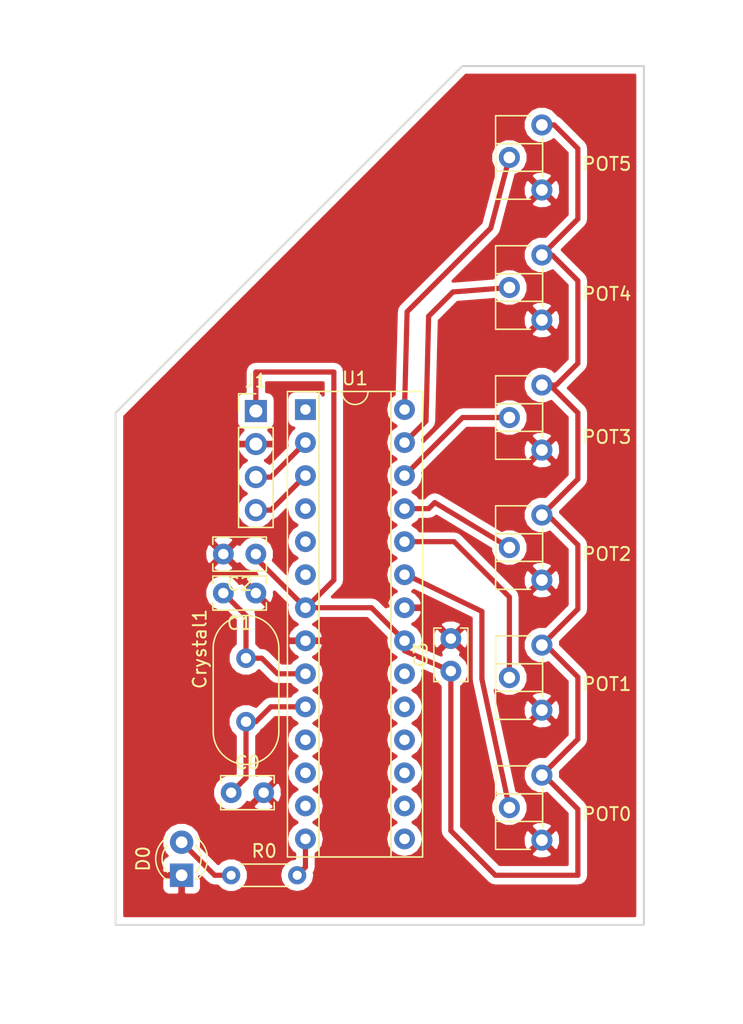
<source format=kicad_pcb>
(kicad_pcb (version 4) (host pcbnew 4.0.6)

  (general
    (links 37)
    (no_connects 0)
    (area 154.94 74.93 198.120001 144.780001)
    (thickness 1.6)
    (drawings 5)
    (tracks 89)
    (zones 0)
    (modules 15)
    (nets 28)
  )

  (page A4)
  (layers
    (0 F.Cu signal)
    (31 B.Cu signal)
    (32 B.Adhes user)
    (33 F.Adhes user)
    (34 B.Paste user)
    (35 F.Paste user)
    (36 B.SilkS user)
    (37 F.SilkS user)
    (38 B.Mask user)
    (39 F.Mask user)
    (40 Dwgs.User user)
    (41 Cmts.User user)
    (42 Eco1.User user)
    (43 Eco2.User user)
    (44 Edge.Cuts user)
    (45 Margin user)
    (46 B.CrtYd user)
    (47 F.CrtYd user)
    (48 B.Fab user)
    (49 F.Fab user)
  )

  (setup
    (last_trace_width 0.4)
    (user_trace_width 0.4)
    (trace_clearance 0.2)
    (zone_clearance 0.508)
    (zone_45_only no)
    (trace_min 0.2)
    (segment_width 0.2)
    (edge_width 0.15)
    (via_size 0.6)
    (via_drill 0.4)
    (via_min_size 0.4)
    (via_min_drill 0.3)
    (uvia_size 0.3)
    (uvia_drill 0.1)
    (uvias_allowed no)
    (uvia_min_size 0.2)
    (uvia_min_drill 0.1)
    (pcb_text_width 0.3)
    (pcb_text_size 1.5 1.5)
    (mod_edge_width 0.15)
    (mod_text_size 1 1)
    (mod_text_width 0.15)
    (pad_size 1.524 1.524)
    (pad_drill 0.762)
    (pad_to_mask_clearance 0.2)
    (aux_axis_origin 0 0)
    (visible_elements FFFFFF7F)
    (pcbplotparams
      (layerselection 0x00000_80000001)
      (usegerberextensions false)
      (excludeedgelayer true)
      (linewidth 0.100000)
      (plotframeref false)
      (viasonmask false)
      (mode 1)
      (useauxorigin false)
      (hpglpennumber 1)
      (hpglpenspeed 20)
      (hpglpendiameter 15)
      (hpglpenoverlay 2)
      (psnegative false)
      (psa4output false)
      (plotreference true)
      (plotvalue true)
      (plotinvisibletext false)
      (padsonsilk false)
      (subtractmaskfromsilk false)
      (outputformat 5)
      (mirror false)
      (drillshape 0)
      (scaleselection 1)
      (outputdirectory /Users/iankropp/Desktop/))
  )

  (net 0 "")
  (net 1 "Net-(C0-Pad1)")
  (net 2 Earth)
  (net 3 "Net-(C1-Pad2)")
  (net 4 +5V)
  (net 5 "Net-(POT0-Pad2)")
  (net 6 "Net-(POT1-Pad2)")
  (net 7 "Net-(POT2-Pad2)")
  (net 8 "Net-(POT3-Pad2)")
  (net 9 "Net-(POT4-Pad2)")
  (net 10 "Net-(POT5-Pad2)")
  (net 11 "Net-(U1-Pad1)")
  (net 12 "Net-(U1-Pad15)")
  (net 13 "Net-(U1-Pad16)")
  (net 14 "Net-(U1-Pad17)")
  (net 15 "Net-(U1-Pad4)")
  (net 16 "Net-(U1-Pad18)")
  (net 17 "Net-(U1-Pad5)")
  (net 18 "Net-(U1-Pad19)")
  (net 19 "Net-(U1-Pad6)")
  (net 20 "Net-(U1-Pad20)")
  (net 21 "Net-(U1-Pad11)")
  (net 22 "Net-(U1-Pad12)")
  (net 23 "Net-(U1-Pad13)")
  (net 24 "Net-(J1-Pad3)")
  (net 25 "Net-(J1-Pad4)")
  (net 26 "Net-(D0-Pad2)")
  (net 27 "Net-(R0-Pad2)")

  (net_class Default "This is the default net class."
    (clearance 0.2)
    (trace_width 0.25)
    (via_dia 0.6)
    (via_drill 0.4)
    (uvia_dia 0.3)
    (uvia_drill 0.1)
    (add_net +5V)
    (add_net Earth)
    (add_net "Net-(C0-Pad1)")
    (add_net "Net-(C1-Pad2)")
    (add_net "Net-(D0-Pad2)")
    (add_net "Net-(J1-Pad3)")
    (add_net "Net-(J1-Pad4)")
    (add_net "Net-(POT0-Pad2)")
    (add_net "Net-(POT1-Pad2)")
    (add_net "Net-(POT2-Pad2)")
    (add_net "Net-(POT3-Pad2)")
    (add_net "Net-(POT4-Pad2)")
    (add_net "Net-(POT5-Pad2)")
    (add_net "Net-(R0-Pad2)")
    (add_net "Net-(U1-Pad1)")
    (add_net "Net-(U1-Pad11)")
    (add_net "Net-(U1-Pad12)")
    (add_net "Net-(U1-Pad13)")
    (add_net "Net-(U1-Pad15)")
    (add_net "Net-(U1-Pad16)")
    (add_net "Net-(U1-Pad17)")
    (add_net "Net-(U1-Pad18)")
    (add_net "Net-(U1-Pad19)")
    (add_net "Net-(U1-Pad20)")
    (add_net "Net-(U1-Pad4)")
    (add_net "Net-(U1-Pad5)")
    (add_net "Net-(U1-Pad6)")
  )

  (module Crystals:Crystal_HC49-4H_Vertical (layer F.Cu) (tedit 58F697B6) (tstamp 58F69071)
    (at 166.243 127.889 90)
    (descr "Crystal THT HC-49-4H http://5hertz.com/pdfs/04404_D.pdf")
    (tags "THT crystalHC-49-4H")
    (path /58F62ACA)
    (fp_text reference Crystal1 (at 5.588 -3.556 90) (layer F.SilkS)
      (effects (font (size 1 1) (thickness 0.15)))
    )
    (fp_text value 16kHz1 (at -0.254 -3.556 90) (layer F.Fab)
      (effects (font (size 1 1) (thickness 0.15)))
    )
    (fp_text user %R (at 2.44 0 90) (layer F.Fab) hide
      (effects (font (size 1 1) (thickness 0.15)))
    )
    (fp_line (start -0.76 -2.325) (end 5.64 -2.325) (layer F.Fab) (width 0.1))
    (fp_line (start -0.76 2.325) (end 5.64 2.325) (layer F.Fab) (width 0.1))
    (fp_line (start -0.56 -2) (end 5.44 -2) (layer F.Fab) (width 0.1))
    (fp_line (start -0.56 2) (end 5.44 2) (layer F.Fab) (width 0.1))
    (fp_line (start -0.76 -2.525) (end 5.64 -2.525) (layer F.SilkS) (width 0.12))
    (fp_line (start -0.76 2.525) (end 5.64 2.525) (layer F.SilkS) (width 0.12))
    (fp_line (start -3.6 -2.8) (end -3.6 2.8) (layer F.CrtYd) (width 0.05))
    (fp_line (start -3.6 2.8) (end 8.5 2.8) (layer F.CrtYd) (width 0.05))
    (fp_line (start 8.5 2.8) (end 8.5 -2.8) (layer F.CrtYd) (width 0.05))
    (fp_line (start 8.5 -2.8) (end -3.6 -2.8) (layer F.CrtYd) (width 0.05))
    (fp_arc (start -0.76 0) (end -0.76 -2.325) (angle -180) (layer F.Fab) (width 0.1))
    (fp_arc (start 5.64 0) (end 5.64 -2.325) (angle 180) (layer F.Fab) (width 0.1))
    (fp_arc (start -0.56 0) (end -0.56 -2) (angle -180) (layer F.Fab) (width 0.1))
    (fp_arc (start 5.44 0) (end 5.44 -2) (angle 180) (layer F.Fab) (width 0.1))
    (fp_arc (start -0.76 0) (end -0.76 -2.525) (angle -180) (layer F.SilkS) (width 0.12))
    (fp_arc (start 5.64 0) (end 5.64 -2.525) (angle 180) (layer F.SilkS) (width 0.12))
    (pad 1 thru_hole circle (at 0 0 90) (size 1.5 1.5) (drill 0.8) (layers *.Cu *.Mask)
      (net 1 "Net-(C0-Pad1)"))
    (pad 2 thru_hole circle (at 4.88 0 90) (size 1.5 1.5) (drill 0.8) (layers *.Cu *.Mask)
      (net 3 "Net-(C1-Pad2)"))
    (model ${KISYS3DMOD}/Crystals.3dshapes/Crystal_HC49-4H_Vertical.wrl
      (at (xyz 0 0 0))
      (scale (xyz 0.393701 0.393701 0.393701))
      (rotate (xyz 0 0 0))
    )
  )

  (module Potentiometers:Potentiometer_Trimmer_ACP_CA6h_Vertical (layer F.Cu) (tedit 58F6A12F) (tstamp 58F69078)
    (at 189 137 180)
    (descr "Potentiometer, vertically mounted, Omeg PC16PU, Omeg PC16PU, Omeg PC16PU, Vishay/Spectrol 248GJ/249GJ Single, Vishay/Spectrol 248GJ/249GJ Single, Vishay/Spectrol 248GJ/249GJ Single, Vishay/Spectrol 248GH/249GH Single, Vishay/Spectrol 148/149 Single, Vishay/Spectrol 148/149 Single, Vishay/Spectrol 148/149 Single, Vishay/Spectrol 148A/149A Single with mounting plates, Vishay/Spectrol 148/149 Double, Vishay/Spectrol 148A/149A Double with mounting plates, Piher PC-16 Single, Piher PC-16 Single, Piher PC-16 Single, Piher PC-16SV Single, Piher PC-16 Double, Piher PC-16 Triple, Piher T16H Single, Piher T16L Single, Piher T16H Double, Alps RK163 Single, Alps RK163 Double, Alps RK097 Single, Alps RK097 Double, Bourns PTV09A-2 Single with mounting sleve Single, Bourns PTV09A-1 with mounting sleve Single, Bourns PRS11S Single, Alps RK09K Single with mounting sleve Single, Alps RK09K with mounting sleve Single, Alps RK09L Single, Alps RK09L Single, Alps RK09L Double, Alps RK09L Double, Alps RK09Y Single, Bourns 3339S Single, Bourns 3339S Single, Bourns 3339P Single, Bourns 3339H Single, Vishay T7YA Single, Suntan TSR-3386H Single, Suntan TSR-3386H Single, Suntan TSR-3386P Single, Vishay T73XX Single, Vishay T73XX Single, Vishay T73YP Single, Piher PT-6h Single, Piher PT-6v Single, Piher PT-6v Single, Piher PT-10h2.5 Single, Piher PT-10h5 Single, Piher PT-101h3.8 Single, Piher PT-10v10 Single, Piher PT-10v10 Single, Piher PT-10v5 Single, Piher PT-15h5 Single, Piher PT-15h2.5 Single, Piher PT-15B Single, Piher PT-15hc5 Single, Piher PT-15v12.5 Single, Piher PT-15v12.5 Single, Piher PT-15v15 Single, Piher PT-15v15 Single, ACP CA6h Single, http://www.acptechnologies.com/wp-content/uploads/2016/12/ACP-CAT%C3%81LOGO-ENTERO-2016.pdf")
    (tags "Potentiometer vertical  Omeg PC16PU  Omeg PC16PU  Omeg PC16PU  Vishay/Spectrol 248GJ/249GJ Single  Vishay/Spectrol 248GJ/249GJ Single  Vishay/Spectrol 248GJ/249GJ Single  Vishay/Spectrol 248GH/249GH Single  Vishay/Spectrol 148/149 Single  Vishay/Spectrol 148/149 Single  Vishay/Spectrol 148/149 Single  Vishay/Spectrol 148A/149A Single with mounting plates  Vishay/Spectrol 148/149 Double  Vishay/Spectrol 148A/149A Double with mounting plates  Piher PC-16 Single  Piher PC-16 Single  Piher PC-16 Single  Piher PC-16SV Single  Piher PC-16 Double  Piher PC-16 Triple  Piher T16H Single  Piher T16L Single  Piher T16H Double  Alps RK163 Single  Alps RK163 Double  Alps RK097 Single  Alps RK097 Double  Bourns PTV09A-2 Single with mounting sleve Single  Bourns PTV09A-1 with mounting sleve Single  Bourns PRS11S Single  Alps RK09K Single with mounting sleve Single  Alps RK09K with mounting sleve Single  Alps RK09L Single  Alps RK09L Single  Alps RK09L Double  Alps RK09L Double  Alps RK09Y Single  Bourns 3339S Single  Bourns 3339S Single  Bourns 3339P Single  Bourns 3339H Single  Vishay T7YA Single  Suntan TSR-3386H Single  Suntan TSR-3386H Single  Suntan TSR-3386P Single  Vishay T73XX Single  Vishay T73XX Single  Vishay T73YP Single  Piher PT-6h Single  Piher PT-6v Single  Piher PT-6v Single  Piher PT-10h2.5 Single  Piher PT-10h5 Single  Piher PT-101h3.8 Single  Piher PT-10v10 Single  Piher PT-10v10 Single  Piher PT-10v5 Single  Piher PT-15h5 Single  Piher PT-15h2.5 Single  Piher PT-15B Single  Piher PT-15hc5 Single  Piher PT-15v12.5 Single  Piher PT-15v12.5 Single  Piher PT-15v15 Single  Piher PT-15v15 Single  ACP CA6h Single")
    (path /58F61ED4)
    (fp_text reference POT0 (at -5 2 180) (layer F.SilkS)
      (effects (font (size 1 1) (thickness 0.15)))
    )
    (fp_text value POT (at -5 4 180) (layer F.Fab)
      (effects (font (size 1 1) (thickness 0.15)))
    )
    (fp_line (start 3.5 -0.65) (end 3.5 5.65) (layer F.Fab) (width 0.1))
    (fp_line (start 3.5 5.65) (end 0 5.65) (layer F.Fab) (width 0.1))
    (fp_line (start 0 5.65) (end 0 -0.65) (layer F.Fab) (width 0.1))
    (fp_line (start 0 -0.65) (end 3.5 -0.65) (layer F.Fab) (width 0.1))
    (fp_line (start 0 1.5) (end 0 3.5) (layer F.Fab) (width 0.1))
    (fp_line (start 0 3.5) (end 3.5 3.5) (layer F.Fab) (width 0.1))
    (fp_line (start 3.5 3.5) (end 3.5 1.5) (layer F.Fab) (width 0.1))
    (fp_line (start 3.5 1.5) (end 0 1.5) (layer F.Fab) (width 0.1))
    (fp_line (start 0.873 -0.71) (end 3.56 -0.71) (layer F.SilkS) (width 0.12))
    (fp_line (start 0.873 5.71) (end 3.56 5.71) (layer F.SilkS) (width 0.12))
    (fp_line (start 3.56 -0.71) (end 3.56 5.71) (layer F.SilkS) (width 0.12))
    (fp_line (start -0.061 1.005) (end -0.061 3.996) (layer F.SilkS) (width 0.12))
    (fp_line (start -0.061 1.44) (end 3.56 1.44) (layer F.SilkS) (width 0.12))
    (fp_line (start -0.061 3.56) (end 3.56 3.56) (layer F.SilkS) (width 0.12))
    (fp_line (start -0.061 1.44) (end -0.061 3.56) (layer F.SilkS) (width 0.12))
    (fp_line (start 3.56 1.44) (end 3.56 3.56) (layer F.SilkS) (width 0.12))
    (fp_line (start -1.1 -1.1) (end -1.1 6.1) (layer F.CrtYd) (width 0.05))
    (fp_line (start -1.1 6.1) (end 3.75 6.1) (layer F.CrtYd) (width 0.05))
    (fp_line (start 3.75 6.1) (end 3.75 -1.1) (layer F.CrtYd) (width 0.05))
    (fp_line (start 3.75 -1.1) (end -1.1 -1.1) (layer F.CrtYd) (width 0.05))
    (pad 3 thru_hole circle (at 0 5 180) (size 1.62 1.62) (drill 0.9) (layers *.Cu *.Mask)
      (net 4 +5V))
    (pad 2 thru_hole circle (at 2.5 2.5 180) (size 1.62 1.62) (drill 0.9) (layers *.Cu *.Mask)
      (net 5 "Net-(POT0-Pad2)"))
    (pad 1 thru_hole circle (at 0 0 180) (size 1.62 1.62) (drill 0.9) (layers *.Cu *.Mask)
      (net 2 Earth))
    (model Potentiometers.3dshapes/Potentiometer_Trimmer_ACP_CA6h_Vertical.wrl
      (at (xyz 0 0 0))
      (scale (xyz 0.393701 0.393701 0.393701))
      (rotate (xyz 0 0 0))
    )
  )

  (module Potentiometers:Potentiometer_Trimmer_ACP_CA6h_Vertical (layer F.Cu) (tedit 58F6A2BC) (tstamp 58F6907F)
    (at 189 127 180)
    (descr "Potentiometer, vertically mounted, Omeg PC16PU, Omeg PC16PU, Omeg PC16PU, Vishay/Spectrol 248GJ/249GJ Single, Vishay/Spectrol 248GJ/249GJ Single, Vishay/Spectrol 248GJ/249GJ Single, Vishay/Spectrol 248GH/249GH Single, Vishay/Spectrol 148/149 Single, Vishay/Spectrol 148/149 Single, Vishay/Spectrol 148/149 Single, Vishay/Spectrol 148A/149A Single with mounting plates, Vishay/Spectrol 148/149 Double, Vishay/Spectrol 148A/149A Double with mounting plates, Piher PC-16 Single, Piher PC-16 Single, Piher PC-16 Single, Piher PC-16SV Single, Piher PC-16 Double, Piher PC-16 Triple, Piher T16H Single, Piher T16L Single, Piher T16H Double, Alps RK163 Single, Alps RK163 Double, Alps RK097 Single, Alps RK097 Double, Bourns PTV09A-2 Single with mounting sleve Single, Bourns PTV09A-1 with mounting sleve Single, Bourns PRS11S Single, Alps RK09K Single with mounting sleve Single, Alps RK09K with mounting sleve Single, Alps RK09L Single, Alps RK09L Single, Alps RK09L Double, Alps RK09L Double, Alps RK09Y Single, Bourns 3339S Single, Bourns 3339S Single, Bourns 3339P Single, Bourns 3339H Single, Vishay T7YA Single, Suntan TSR-3386H Single, Suntan TSR-3386H Single, Suntan TSR-3386P Single, Vishay T73XX Single, Vishay T73XX Single, Vishay T73YP Single, Piher PT-6h Single, Piher PT-6v Single, Piher PT-6v Single, Piher PT-10h2.5 Single, Piher PT-10h5 Single, Piher PT-101h3.8 Single, Piher PT-10v10 Single, Piher PT-10v10 Single, Piher PT-10v5 Single, Piher PT-15h5 Single, Piher PT-15h2.5 Single, Piher PT-15B Single, Piher PT-15hc5 Single, Piher PT-15v12.5 Single, Piher PT-15v12.5 Single, Piher PT-15v15 Single, Piher PT-15v15 Single, ACP CA6h Single, http://www.acptechnologies.com/wp-content/uploads/2016/12/ACP-CAT%C3%81LOGO-ENTERO-2016.pdf")
    (tags "Potentiometer vertical  Omeg PC16PU  Omeg PC16PU  Omeg PC16PU  Vishay/Spectrol 248GJ/249GJ Single  Vishay/Spectrol 248GJ/249GJ Single  Vishay/Spectrol 248GJ/249GJ Single  Vishay/Spectrol 248GH/249GH Single  Vishay/Spectrol 148/149 Single  Vishay/Spectrol 148/149 Single  Vishay/Spectrol 148/149 Single  Vishay/Spectrol 148A/149A Single with mounting plates  Vishay/Spectrol 148/149 Double  Vishay/Spectrol 148A/149A Double with mounting plates  Piher PC-16 Single  Piher PC-16 Single  Piher PC-16 Single  Piher PC-16SV Single  Piher PC-16 Double  Piher PC-16 Triple  Piher T16H Single  Piher T16L Single  Piher T16H Double  Alps RK163 Single  Alps RK163 Double  Alps RK097 Single  Alps RK097 Double  Bourns PTV09A-2 Single with mounting sleve Single  Bourns PTV09A-1 with mounting sleve Single  Bourns PRS11S Single  Alps RK09K Single with mounting sleve Single  Alps RK09K with mounting sleve Single  Alps RK09L Single  Alps RK09L Single  Alps RK09L Double  Alps RK09L Double  Alps RK09Y Single  Bourns 3339S Single  Bourns 3339S Single  Bourns 3339P Single  Bourns 3339H Single  Vishay T7YA Single  Suntan TSR-3386H Single  Suntan TSR-3386H Single  Suntan TSR-3386P Single  Vishay T73XX Single  Vishay T73XX Single  Vishay T73YP Single  Piher PT-6h Single  Piher PT-6v Single  Piher PT-6v Single  Piher PT-10h2.5 Single  Piher PT-10h5 Single  Piher PT-101h3.8 Single  Piher PT-10v10 Single  Piher PT-10v10 Single  Piher PT-10v5 Single  Piher PT-15h5 Single  Piher PT-15h2.5 Single  Piher PT-15B Single  Piher PT-15hc5 Single  Piher PT-15v12.5 Single  Piher PT-15v12.5 Single  Piher PT-15v15 Single  Piher PT-15v15 Single  ACP CA6h Single")
    (path /58F62050)
    (fp_text reference POT1 (at -5 2 180) (layer F.SilkS)
      (effects (font (size 1 1) (thickness 0.15)))
    )
    (fp_text value POT (at -5 4 180) (layer F.Fab)
      (effects (font (size 1 1) (thickness 0.15)))
    )
    (fp_line (start 3.5 -0.65) (end 3.5 5.65) (layer F.Fab) (width 0.1))
    (fp_line (start 3.5 5.65) (end 0 5.65) (layer F.Fab) (width 0.1))
    (fp_line (start 0 5.65) (end 0 -0.65) (layer F.Fab) (width 0.1))
    (fp_line (start 0 -0.65) (end 3.5 -0.65) (layer F.Fab) (width 0.1))
    (fp_line (start 0 1.5) (end 0 3.5) (layer F.Fab) (width 0.1))
    (fp_line (start 0 3.5) (end 3.5 3.5) (layer F.Fab) (width 0.1))
    (fp_line (start 3.5 3.5) (end 3.5 1.5) (layer F.Fab) (width 0.1))
    (fp_line (start 3.5 1.5) (end 0 1.5) (layer F.Fab) (width 0.1))
    (fp_line (start 0.873 -0.71) (end 3.56 -0.71) (layer F.SilkS) (width 0.12))
    (fp_line (start 0.873 5.71) (end 3.56 5.71) (layer F.SilkS) (width 0.12))
    (fp_line (start 3.56 -0.71) (end 3.56 5.71) (layer F.SilkS) (width 0.12))
    (fp_line (start -0.061 1.005) (end -0.061 3.996) (layer F.SilkS) (width 0.12))
    (fp_line (start -0.061 1.44) (end 3.56 1.44) (layer F.SilkS) (width 0.12))
    (fp_line (start -0.061 3.56) (end 3.56 3.56) (layer F.SilkS) (width 0.12))
    (fp_line (start -0.061 1.44) (end -0.061 3.56) (layer F.SilkS) (width 0.12))
    (fp_line (start 3.56 1.44) (end 3.56 3.56) (layer F.SilkS) (width 0.12))
    (fp_line (start -1.1 -1.1) (end -1.1 6.1) (layer F.CrtYd) (width 0.05))
    (fp_line (start -1.1 6.1) (end 3.75 6.1) (layer F.CrtYd) (width 0.05))
    (fp_line (start 3.75 6.1) (end 3.75 -1.1) (layer F.CrtYd) (width 0.05))
    (fp_line (start 3.75 -1.1) (end -1.1 -1.1) (layer F.CrtYd) (width 0.05))
    (pad 3 thru_hole circle (at 0 5 180) (size 1.62 1.62) (drill 0.9) (layers *.Cu *.Mask)
      (net 4 +5V))
    (pad 2 thru_hole circle (at 2.5 2.5 180) (size 1.62 1.62) (drill 0.9) (layers *.Cu *.Mask)
      (net 6 "Net-(POT1-Pad2)"))
    (pad 1 thru_hole circle (at 0 0 180) (size 1.62 1.62) (drill 0.9) (layers *.Cu *.Mask)
      (net 2 Earth))
    (model Potentiometers.3dshapes/Potentiometer_Trimmer_ACP_CA6h_Vertical.wrl
      (at (xyz 0 0 0))
      (scale (xyz 0.393701 0.393701 0.393701))
      (rotate (xyz 0 0 0))
    )
  )

  (module Potentiometers:Potentiometer_Trimmer_ACP_CA6h_Vertical (layer F.Cu) (tedit 58F6A2BF) (tstamp 58F69086)
    (at 189 117 180)
    (descr "Potentiometer, vertically mounted, Omeg PC16PU, Omeg PC16PU, Omeg PC16PU, Vishay/Spectrol 248GJ/249GJ Single, Vishay/Spectrol 248GJ/249GJ Single, Vishay/Spectrol 248GJ/249GJ Single, Vishay/Spectrol 248GH/249GH Single, Vishay/Spectrol 148/149 Single, Vishay/Spectrol 148/149 Single, Vishay/Spectrol 148/149 Single, Vishay/Spectrol 148A/149A Single with mounting plates, Vishay/Spectrol 148/149 Double, Vishay/Spectrol 148A/149A Double with mounting plates, Piher PC-16 Single, Piher PC-16 Single, Piher PC-16 Single, Piher PC-16SV Single, Piher PC-16 Double, Piher PC-16 Triple, Piher T16H Single, Piher T16L Single, Piher T16H Double, Alps RK163 Single, Alps RK163 Double, Alps RK097 Single, Alps RK097 Double, Bourns PTV09A-2 Single with mounting sleve Single, Bourns PTV09A-1 with mounting sleve Single, Bourns PRS11S Single, Alps RK09K Single with mounting sleve Single, Alps RK09K with mounting sleve Single, Alps RK09L Single, Alps RK09L Single, Alps RK09L Double, Alps RK09L Double, Alps RK09Y Single, Bourns 3339S Single, Bourns 3339S Single, Bourns 3339P Single, Bourns 3339H Single, Vishay T7YA Single, Suntan TSR-3386H Single, Suntan TSR-3386H Single, Suntan TSR-3386P Single, Vishay T73XX Single, Vishay T73XX Single, Vishay T73YP Single, Piher PT-6h Single, Piher PT-6v Single, Piher PT-6v Single, Piher PT-10h2.5 Single, Piher PT-10h5 Single, Piher PT-101h3.8 Single, Piher PT-10v10 Single, Piher PT-10v10 Single, Piher PT-10v5 Single, Piher PT-15h5 Single, Piher PT-15h2.5 Single, Piher PT-15B Single, Piher PT-15hc5 Single, Piher PT-15v12.5 Single, Piher PT-15v12.5 Single, Piher PT-15v15 Single, Piher PT-15v15 Single, ACP CA6h Single, http://www.acptechnologies.com/wp-content/uploads/2016/12/ACP-CAT%C3%81LOGO-ENTERO-2016.pdf")
    (tags "Potentiometer vertical  Omeg PC16PU  Omeg PC16PU  Omeg PC16PU  Vishay/Spectrol 248GJ/249GJ Single  Vishay/Spectrol 248GJ/249GJ Single  Vishay/Spectrol 248GJ/249GJ Single  Vishay/Spectrol 248GH/249GH Single  Vishay/Spectrol 148/149 Single  Vishay/Spectrol 148/149 Single  Vishay/Spectrol 148/149 Single  Vishay/Spectrol 148A/149A Single with mounting plates  Vishay/Spectrol 148/149 Double  Vishay/Spectrol 148A/149A Double with mounting plates  Piher PC-16 Single  Piher PC-16 Single  Piher PC-16 Single  Piher PC-16SV Single  Piher PC-16 Double  Piher PC-16 Triple  Piher T16H Single  Piher T16L Single  Piher T16H Double  Alps RK163 Single  Alps RK163 Double  Alps RK097 Single  Alps RK097 Double  Bourns PTV09A-2 Single with mounting sleve Single  Bourns PTV09A-1 with mounting sleve Single  Bourns PRS11S Single  Alps RK09K Single with mounting sleve Single  Alps RK09K with mounting sleve Single  Alps RK09L Single  Alps RK09L Single  Alps RK09L Double  Alps RK09L Double  Alps RK09Y Single  Bourns 3339S Single  Bourns 3339S Single  Bourns 3339P Single  Bourns 3339H Single  Vishay T7YA Single  Suntan TSR-3386H Single  Suntan TSR-3386H Single  Suntan TSR-3386P Single  Vishay T73XX Single  Vishay T73XX Single  Vishay T73YP Single  Piher PT-6h Single  Piher PT-6v Single  Piher PT-6v Single  Piher PT-10h2.5 Single  Piher PT-10h5 Single  Piher PT-101h3.8 Single  Piher PT-10v10 Single  Piher PT-10v10 Single  Piher PT-10v5 Single  Piher PT-15h5 Single  Piher PT-15h2.5 Single  Piher PT-15B Single  Piher PT-15hc5 Single  Piher PT-15v12.5 Single  Piher PT-15v12.5 Single  Piher PT-15v15 Single  Piher PT-15v15 Single  ACP CA6h Single")
    (path /58F62099)
    (fp_text reference POT2 (at -5 2 180) (layer F.SilkS)
      (effects (font (size 1 1) (thickness 0.15)))
    )
    (fp_text value POT (at -5 4 180) (layer F.Fab)
      (effects (font (size 1 1) (thickness 0.15)))
    )
    (fp_line (start 3.5 -0.65) (end 3.5 5.65) (layer F.Fab) (width 0.1))
    (fp_line (start 3.5 5.65) (end 0 5.65) (layer F.Fab) (width 0.1))
    (fp_line (start 0 5.65) (end 0 -0.65) (layer F.Fab) (width 0.1))
    (fp_line (start 0 -0.65) (end 3.5 -0.65) (layer F.Fab) (width 0.1))
    (fp_line (start 0 1.5) (end 0 3.5) (layer F.Fab) (width 0.1))
    (fp_line (start 0 3.5) (end 3.5 3.5) (layer F.Fab) (width 0.1))
    (fp_line (start 3.5 3.5) (end 3.5 1.5) (layer F.Fab) (width 0.1))
    (fp_line (start 3.5 1.5) (end 0 1.5) (layer F.Fab) (width 0.1))
    (fp_line (start 0.873 -0.71) (end 3.56 -0.71) (layer F.SilkS) (width 0.12))
    (fp_line (start 0.873 5.71) (end 3.56 5.71) (layer F.SilkS) (width 0.12))
    (fp_line (start 3.56 -0.71) (end 3.56 5.71) (layer F.SilkS) (width 0.12))
    (fp_line (start -0.061 1.005) (end -0.061 3.996) (layer F.SilkS) (width 0.12))
    (fp_line (start -0.061 1.44) (end 3.56 1.44) (layer F.SilkS) (width 0.12))
    (fp_line (start -0.061 3.56) (end 3.56 3.56) (layer F.SilkS) (width 0.12))
    (fp_line (start -0.061 1.44) (end -0.061 3.56) (layer F.SilkS) (width 0.12))
    (fp_line (start 3.56 1.44) (end 3.56 3.56) (layer F.SilkS) (width 0.12))
    (fp_line (start -1.1 -1.1) (end -1.1 6.1) (layer F.CrtYd) (width 0.05))
    (fp_line (start -1.1 6.1) (end 3.75 6.1) (layer F.CrtYd) (width 0.05))
    (fp_line (start 3.75 6.1) (end 3.75 -1.1) (layer F.CrtYd) (width 0.05))
    (fp_line (start 3.75 -1.1) (end -1.1 -1.1) (layer F.CrtYd) (width 0.05))
    (pad 3 thru_hole circle (at 0 5 180) (size 1.62 1.62) (drill 0.9) (layers *.Cu *.Mask)
      (net 4 +5V))
    (pad 2 thru_hole circle (at 2.5 2.5 180) (size 1.62 1.62) (drill 0.9) (layers *.Cu *.Mask)
      (net 7 "Net-(POT2-Pad2)"))
    (pad 1 thru_hole circle (at 0 0 180) (size 1.62 1.62) (drill 0.9) (layers *.Cu *.Mask)
      (net 2 Earth))
    (model Potentiometers.3dshapes/Potentiometer_Trimmer_ACP_CA6h_Vertical.wrl
      (at (xyz 0 0 0))
      (scale (xyz 0.393701 0.393701 0.393701))
      (rotate (xyz 0 0 0))
    )
  )

  (module Potentiometers:Potentiometer_Trimmer_ACP_CA6h_Vertical (layer F.Cu) (tedit 58F6A2C8) (tstamp 58F6908D)
    (at 189 107 180)
    (descr "Potentiometer, vertically mounted, Omeg PC16PU, Omeg PC16PU, Omeg PC16PU, Vishay/Spectrol 248GJ/249GJ Single, Vishay/Spectrol 248GJ/249GJ Single, Vishay/Spectrol 248GJ/249GJ Single, Vishay/Spectrol 248GH/249GH Single, Vishay/Spectrol 148/149 Single, Vishay/Spectrol 148/149 Single, Vishay/Spectrol 148/149 Single, Vishay/Spectrol 148A/149A Single with mounting plates, Vishay/Spectrol 148/149 Double, Vishay/Spectrol 148A/149A Double with mounting plates, Piher PC-16 Single, Piher PC-16 Single, Piher PC-16 Single, Piher PC-16SV Single, Piher PC-16 Double, Piher PC-16 Triple, Piher T16H Single, Piher T16L Single, Piher T16H Double, Alps RK163 Single, Alps RK163 Double, Alps RK097 Single, Alps RK097 Double, Bourns PTV09A-2 Single with mounting sleve Single, Bourns PTV09A-1 with mounting sleve Single, Bourns PRS11S Single, Alps RK09K Single with mounting sleve Single, Alps RK09K with mounting sleve Single, Alps RK09L Single, Alps RK09L Single, Alps RK09L Double, Alps RK09L Double, Alps RK09Y Single, Bourns 3339S Single, Bourns 3339S Single, Bourns 3339P Single, Bourns 3339H Single, Vishay T7YA Single, Suntan TSR-3386H Single, Suntan TSR-3386H Single, Suntan TSR-3386P Single, Vishay T73XX Single, Vishay T73XX Single, Vishay T73YP Single, Piher PT-6h Single, Piher PT-6v Single, Piher PT-6v Single, Piher PT-10h2.5 Single, Piher PT-10h5 Single, Piher PT-101h3.8 Single, Piher PT-10v10 Single, Piher PT-10v10 Single, Piher PT-10v5 Single, Piher PT-15h5 Single, Piher PT-15h2.5 Single, Piher PT-15B Single, Piher PT-15hc5 Single, Piher PT-15v12.5 Single, Piher PT-15v12.5 Single, Piher PT-15v15 Single, Piher PT-15v15 Single, ACP CA6h Single, http://www.acptechnologies.com/wp-content/uploads/2016/12/ACP-CAT%C3%81LOGO-ENTERO-2016.pdf")
    (tags "Potentiometer vertical  Omeg PC16PU  Omeg PC16PU  Omeg PC16PU  Vishay/Spectrol 248GJ/249GJ Single  Vishay/Spectrol 248GJ/249GJ Single  Vishay/Spectrol 248GJ/249GJ Single  Vishay/Spectrol 248GH/249GH Single  Vishay/Spectrol 148/149 Single  Vishay/Spectrol 148/149 Single  Vishay/Spectrol 148/149 Single  Vishay/Spectrol 148A/149A Single with mounting plates  Vishay/Spectrol 148/149 Double  Vishay/Spectrol 148A/149A Double with mounting plates  Piher PC-16 Single  Piher PC-16 Single  Piher PC-16 Single  Piher PC-16SV Single  Piher PC-16 Double  Piher PC-16 Triple  Piher T16H Single  Piher T16L Single  Piher T16H Double  Alps RK163 Single  Alps RK163 Double  Alps RK097 Single  Alps RK097 Double  Bourns PTV09A-2 Single with mounting sleve Single  Bourns PTV09A-1 with mounting sleve Single  Bourns PRS11S Single  Alps RK09K Single with mounting sleve Single  Alps RK09K with mounting sleve Single  Alps RK09L Single  Alps RK09L Single  Alps RK09L Double  Alps RK09L Double  Alps RK09Y Single  Bourns 3339S Single  Bourns 3339S Single  Bourns 3339P Single  Bourns 3339H Single  Vishay T7YA Single  Suntan TSR-3386H Single  Suntan TSR-3386H Single  Suntan TSR-3386P Single  Vishay T73XX Single  Vishay T73XX Single  Vishay T73YP Single  Piher PT-6h Single  Piher PT-6v Single  Piher PT-6v Single  Piher PT-10h2.5 Single  Piher PT-10h5 Single  Piher PT-101h3.8 Single  Piher PT-10v10 Single  Piher PT-10v10 Single  Piher PT-10v5 Single  Piher PT-15h5 Single  Piher PT-15h2.5 Single  Piher PT-15B Single  Piher PT-15hc5 Single  Piher PT-15v12.5 Single  Piher PT-15v12.5 Single  Piher PT-15v15 Single  Piher PT-15v15 Single  ACP CA6h Single")
    (path /58F625BB)
    (fp_text reference POT3 (at -5 1 180) (layer F.SilkS)
      (effects (font (size 1 1) (thickness 0.15)))
    )
    (fp_text value POT (at -5 3 180) (layer F.Fab)
      (effects (font (size 1 1) (thickness 0.15)))
    )
    (fp_line (start 3.5 -0.65) (end 3.5 5.65) (layer F.Fab) (width 0.1))
    (fp_line (start 3.5 5.65) (end 0 5.65) (layer F.Fab) (width 0.1))
    (fp_line (start 0 5.65) (end 0 -0.65) (layer F.Fab) (width 0.1))
    (fp_line (start 0 -0.65) (end 3.5 -0.65) (layer F.Fab) (width 0.1))
    (fp_line (start 0 1.5) (end 0 3.5) (layer F.Fab) (width 0.1))
    (fp_line (start 0 3.5) (end 3.5 3.5) (layer F.Fab) (width 0.1))
    (fp_line (start 3.5 3.5) (end 3.5 1.5) (layer F.Fab) (width 0.1))
    (fp_line (start 3.5 1.5) (end 0 1.5) (layer F.Fab) (width 0.1))
    (fp_line (start 0.873 -0.71) (end 3.56 -0.71) (layer F.SilkS) (width 0.12))
    (fp_line (start 0.873 5.71) (end 3.56 5.71) (layer F.SilkS) (width 0.12))
    (fp_line (start 3.56 -0.71) (end 3.56 5.71) (layer F.SilkS) (width 0.12))
    (fp_line (start -0.061 1.005) (end -0.061 3.996) (layer F.SilkS) (width 0.12))
    (fp_line (start -0.061 1.44) (end 3.56 1.44) (layer F.SilkS) (width 0.12))
    (fp_line (start -0.061 3.56) (end 3.56 3.56) (layer F.SilkS) (width 0.12))
    (fp_line (start -0.061 1.44) (end -0.061 3.56) (layer F.SilkS) (width 0.12))
    (fp_line (start 3.56 1.44) (end 3.56 3.56) (layer F.SilkS) (width 0.12))
    (fp_line (start -1.1 -1.1) (end -1.1 6.1) (layer F.CrtYd) (width 0.05))
    (fp_line (start -1.1 6.1) (end 3.75 6.1) (layer F.CrtYd) (width 0.05))
    (fp_line (start 3.75 6.1) (end 3.75 -1.1) (layer F.CrtYd) (width 0.05))
    (fp_line (start 3.75 -1.1) (end -1.1 -1.1) (layer F.CrtYd) (width 0.05))
    (pad 3 thru_hole circle (at 0 5 180) (size 1.62 1.62) (drill 0.9) (layers *.Cu *.Mask)
      (net 4 +5V))
    (pad 2 thru_hole circle (at 2.5 2.5 180) (size 1.62 1.62) (drill 0.9) (layers *.Cu *.Mask)
      (net 8 "Net-(POT3-Pad2)"))
    (pad 1 thru_hole circle (at 0 0 180) (size 1.62 1.62) (drill 0.9) (layers *.Cu *.Mask)
      (net 2 Earth))
    (model Potentiometers.3dshapes/Potentiometer_Trimmer_ACP_CA6h_Vertical.wrl
      (at (xyz 0 0 0))
      (scale (xyz 0.393701 0.393701 0.393701))
      (rotate (xyz 0 0 0))
    )
  )

  (module Potentiometers:Potentiometer_Trimmer_ACP_CA6h_Vertical (layer F.Cu) (tedit 58F6A2D3) (tstamp 58F69094)
    (at 189 97 180)
    (descr "Potentiometer, vertically mounted, Omeg PC16PU, Omeg PC16PU, Omeg PC16PU, Vishay/Spectrol 248GJ/249GJ Single, Vishay/Spectrol 248GJ/249GJ Single, Vishay/Spectrol 248GJ/249GJ Single, Vishay/Spectrol 248GH/249GH Single, Vishay/Spectrol 148/149 Single, Vishay/Spectrol 148/149 Single, Vishay/Spectrol 148/149 Single, Vishay/Spectrol 148A/149A Single with mounting plates, Vishay/Spectrol 148/149 Double, Vishay/Spectrol 148A/149A Double with mounting plates, Piher PC-16 Single, Piher PC-16 Single, Piher PC-16 Single, Piher PC-16SV Single, Piher PC-16 Double, Piher PC-16 Triple, Piher T16H Single, Piher T16L Single, Piher T16H Double, Alps RK163 Single, Alps RK163 Double, Alps RK097 Single, Alps RK097 Double, Bourns PTV09A-2 Single with mounting sleve Single, Bourns PTV09A-1 with mounting sleve Single, Bourns PRS11S Single, Alps RK09K Single with mounting sleve Single, Alps RK09K with mounting sleve Single, Alps RK09L Single, Alps RK09L Single, Alps RK09L Double, Alps RK09L Double, Alps RK09Y Single, Bourns 3339S Single, Bourns 3339S Single, Bourns 3339P Single, Bourns 3339H Single, Vishay T7YA Single, Suntan TSR-3386H Single, Suntan TSR-3386H Single, Suntan TSR-3386P Single, Vishay T73XX Single, Vishay T73XX Single, Vishay T73YP Single, Piher PT-6h Single, Piher PT-6v Single, Piher PT-6v Single, Piher PT-10h2.5 Single, Piher PT-10h5 Single, Piher PT-101h3.8 Single, Piher PT-10v10 Single, Piher PT-10v10 Single, Piher PT-10v5 Single, Piher PT-15h5 Single, Piher PT-15h2.5 Single, Piher PT-15B Single, Piher PT-15hc5 Single, Piher PT-15v12.5 Single, Piher PT-15v12.5 Single, Piher PT-15v15 Single, Piher PT-15v15 Single, ACP CA6h Single, http://www.acptechnologies.com/wp-content/uploads/2016/12/ACP-CAT%C3%81LOGO-ENTERO-2016.pdf")
    (tags "Potentiometer vertical  Omeg PC16PU  Omeg PC16PU  Omeg PC16PU  Vishay/Spectrol 248GJ/249GJ Single  Vishay/Spectrol 248GJ/249GJ Single  Vishay/Spectrol 248GJ/249GJ Single  Vishay/Spectrol 248GH/249GH Single  Vishay/Spectrol 148/149 Single  Vishay/Spectrol 148/149 Single  Vishay/Spectrol 148/149 Single  Vishay/Spectrol 148A/149A Single with mounting plates  Vishay/Spectrol 148/149 Double  Vishay/Spectrol 148A/149A Double with mounting plates  Piher PC-16 Single  Piher PC-16 Single  Piher PC-16 Single  Piher PC-16SV Single  Piher PC-16 Double  Piher PC-16 Triple  Piher T16H Single  Piher T16L Single  Piher T16H Double  Alps RK163 Single  Alps RK163 Double  Alps RK097 Single  Alps RK097 Double  Bourns PTV09A-2 Single with mounting sleve Single  Bourns PTV09A-1 with mounting sleve Single  Bourns PRS11S Single  Alps RK09K Single with mounting sleve Single  Alps RK09K with mounting sleve Single  Alps RK09L Single  Alps RK09L Single  Alps RK09L Double  Alps RK09L Double  Alps RK09Y Single  Bourns 3339S Single  Bourns 3339S Single  Bourns 3339P Single  Bourns 3339H Single  Vishay T7YA Single  Suntan TSR-3386H Single  Suntan TSR-3386H Single  Suntan TSR-3386P Single  Vishay T73XX Single  Vishay T73XX Single  Vishay T73YP Single  Piher PT-6h Single  Piher PT-6v Single  Piher PT-6v Single  Piher PT-10h2.5 Single  Piher PT-10h5 Single  Piher PT-101h3.8 Single  Piher PT-10v10 Single  Piher PT-10v10 Single  Piher PT-10v5 Single  Piher PT-15h5 Single  Piher PT-15h2.5 Single  Piher PT-15B Single  Piher PT-15hc5 Single  Piher PT-15v12.5 Single  Piher PT-15v12.5 Single  Piher PT-15v15 Single  Piher PT-15v15 Single  ACP CA6h Single")
    (path /58F6264F)
    (fp_text reference POT4 (at -5 2 180) (layer F.SilkS)
      (effects (font (size 1 1) (thickness 0.15)))
    )
    (fp_text value POT (at -5 4 180) (layer F.Fab)
      (effects (font (size 1 1) (thickness 0.15)))
    )
    (fp_line (start 3.5 -0.65) (end 3.5 5.65) (layer F.Fab) (width 0.1))
    (fp_line (start 3.5 5.65) (end 0 5.65) (layer F.Fab) (width 0.1))
    (fp_line (start 0 5.65) (end 0 -0.65) (layer F.Fab) (width 0.1))
    (fp_line (start 0 -0.65) (end 3.5 -0.65) (layer F.Fab) (width 0.1))
    (fp_line (start 0 1.5) (end 0 3.5) (layer F.Fab) (width 0.1))
    (fp_line (start 0 3.5) (end 3.5 3.5) (layer F.Fab) (width 0.1))
    (fp_line (start 3.5 3.5) (end 3.5 1.5) (layer F.Fab) (width 0.1))
    (fp_line (start 3.5 1.5) (end 0 1.5) (layer F.Fab) (width 0.1))
    (fp_line (start 0.873 -0.71) (end 3.56 -0.71) (layer F.SilkS) (width 0.12))
    (fp_line (start 0.873 5.71) (end 3.56 5.71) (layer F.SilkS) (width 0.12))
    (fp_line (start 3.56 -0.71) (end 3.56 5.71) (layer F.SilkS) (width 0.12))
    (fp_line (start -0.061 1.005) (end -0.061 3.996) (layer F.SilkS) (width 0.12))
    (fp_line (start -0.061 1.44) (end 3.56 1.44) (layer F.SilkS) (width 0.12))
    (fp_line (start -0.061 3.56) (end 3.56 3.56) (layer F.SilkS) (width 0.12))
    (fp_line (start -0.061 1.44) (end -0.061 3.56) (layer F.SilkS) (width 0.12))
    (fp_line (start 3.56 1.44) (end 3.56 3.56) (layer F.SilkS) (width 0.12))
    (fp_line (start -1.1 -1.1) (end -1.1 6.1) (layer F.CrtYd) (width 0.05))
    (fp_line (start -1.1 6.1) (end 3.75 6.1) (layer F.CrtYd) (width 0.05))
    (fp_line (start 3.75 6.1) (end 3.75 -1.1) (layer F.CrtYd) (width 0.05))
    (fp_line (start 3.75 -1.1) (end -1.1 -1.1) (layer F.CrtYd) (width 0.05))
    (pad 3 thru_hole circle (at 0 5 180) (size 1.62 1.62) (drill 0.9) (layers *.Cu *.Mask)
      (net 4 +5V))
    (pad 2 thru_hole circle (at 2.5 2.5 180) (size 1.62 1.62) (drill 0.9) (layers *.Cu *.Mask)
      (net 9 "Net-(POT4-Pad2)"))
    (pad 1 thru_hole circle (at 0 0 180) (size 1.62 1.62) (drill 0.9) (layers *.Cu *.Mask)
      (net 2 Earth))
    (model Potentiometers.3dshapes/Potentiometer_Trimmer_ACP_CA6h_Vertical.wrl
      (at (xyz 0 0 0))
      (scale (xyz 0.393701 0.393701 0.393701))
      (rotate (xyz 0 0 0))
    )
  )

  (module Potentiometers:Potentiometer_Trimmer_ACP_CA6h_Vertical (layer F.Cu) (tedit 58F6A2DE) (tstamp 58F6909B)
    (at 189 87 180)
    (descr "Potentiometer, vertically mounted, Omeg PC16PU, Omeg PC16PU, Omeg PC16PU, Vishay/Spectrol 248GJ/249GJ Single, Vishay/Spectrol 248GJ/249GJ Single, Vishay/Spectrol 248GJ/249GJ Single, Vishay/Spectrol 248GH/249GH Single, Vishay/Spectrol 148/149 Single, Vishay/Spectrol 148/149 Single, Vishay/Spectrol 148/149 Single, Vishay/Spectrol 148A/149A Single with mounting plates, Vishay/Spectrol 148/149 Double, Vishay/Spectrol 148A/149A Double with mounting plates, Piher PC-16 Single, Piher PC-16 Single, Piher PC-16 Single, Piher PC-16SV Single, Piher PC-16 Double, Piher PC-16 Triple, Piher T16H Single, Piher T16L Single, Piher T16H Double, Alps RK163 Single, Alps RK163 Double, Alps RK097 Single, Alps RK097 Double, Bourns PTV09A-2 Single with mounting sleve Single, Bourns PTV09A-1 with mounting sleve Single, Bourns PRS11S Single, Alps RK09K Single with mounting sleve Single, Alps RK09K with mounting sleve Single, Alps RK09L Single, Alps RK09L Single, Alps RK09L Double, Alps RK09L Double, Alps RK09Y Single, Bourns 3339S Single, Bourns 3339S Single, Bourns 3339P Single, Bourns 3339H Single, Vishay T7YA Single, Suntan TSR-3386H Single, Suntan TSR-3386H Single, Suntan TSR-3386P Single, Vishay T73XX Single, Vishay T73XX Single, Vishay T73YP Single, Piher PT-6h Single, Piher PT-6v Single, Piher PT-6v Single, Piher PT-10h2.5 Single, Piher PT-10h5 Single, Piher PT-101h3.8 Single, Piher PT-10v10 Single, Piher PT-10v10 Single, Piher PT-10v5 Single, Piher PT-15h5 Single, Piher PT-15h2.5 Single, Piher PT-15B Single, Piher PT-15hc5 Single, Piher PT-15v12.5 Single, Piher PT-15v12.5 Single, Piher PT-15v15 Single, Piher PT-15v15 Single, ACP CA6h Single, http://www.acptechnologies.com/wp-content/uploads/2016/12/ACP-CAT%C3%81LOGO-ENTERO-2016.pdf")
    (tags "Potentiometer vertical  Omeg PC16PU  Omeg PC16PU  Omeg PC16PU  Vishay/Spectrol 248GJ/249GJ Single  Vishay/Spectrol 248GJ/249GJ Single  Vishay/Spectrol 248GJ/249GJ Single  Vishay/Spectrol 248GH/249GH Single  Vishay/Spectrol 148/149 Single  Vishay/Spectrol 148/149 Single  Vishay/Spectrol 148/149 Single  Vishay/Spectrol 148A/149A Single with mounting plates  Vishay/Spectrol 148/149 Double  Vishay/Spectrol 148A/149A Double with mounting plates  Piher PC-16 Single  Piher PC-16 Single  Piher PC-16 Single  Piher PC-16SV Single  Piher PC-16 Double  Piher PC-16 Triple  Piher T16H Single  Piher T16L Single  Piher T16H Double  Alps RK163 Single  Alps RK163 Double  Alps RK097 Single  Alps RK097 Double  Bourns PTV09A-2 Single with mounting sleve Single  Bourns PTV09A-1 with mounting sleve Single  Bourns PRS11S Single  Alps RK09K Single with mounting sleve Single  Alps RK09K with mounting sleve Single  Alps RK09L Single  Alps RK09L Single  Alps RK09L Double  Alps RK09L Double  Alps RK09Y Single  Bourns 3339S Single  Bourns 3339S Single  Bourns 3339P Single  Bourns 3339H Single  Vishay T7YA Single  Suntan TSR-3386H Single  Suntan TSR-3386H Single  Suntan TSR-3386P Single  Vishay T73XX Single  Vishay T73XX Single  Vishay T73YP Single  Piher PT-6h Single  Piher PT-6v Single  Piher PT-6v Single  Piher PT-10h2.5 Single  Piher PT-10h5 Single  Piher PT-101h3.8 Single  Piher PT-10v10 Single  Piher PT-10v10 Single  Piher PT-10v5 Single  Piher PT-15h5 Single  Piher PT-15h2.5 Single  Piher PT-15B Single  Piher PT-15hc5 Single  Piher PT-15v12.5 Single  Piher PT-15v12.5 Single  Piher PT-15v15 Single  Piher PT-15v15 Single  ACP CA6h Single")
    (path /58F626AF)
    (fp_text reference POT5 (at -5 2 180) (layer F.SilkS)
      (effects (font (size 1 1) (thickness 0.15)))
    )
    (fp_text value POT (at -5 5 180) (layer F.Fab)
      (effects (font (size 1 1) (thickness 0.15)))
    )
    (fp_line (start 3.5 -0.65) (end 3.5 5.65) (layer F.Fab) (width 0.1))
    (fp_line (start 3.5 5.65) (end 0 5.65) (layer F.Fab) (width 0.1))
    (fp_line (start 0 5.65) (end 0 -0.65) (layer F.Fab) (width 0.1))
    (fp_line (start 0 -0.65) (end 3.5 -0.65) (layer F.Fab) (width 0.1))
    (fp_line (start 0 1.5) (end 0 3.5) (layer F.Fab) (width 0.1))
    (fp_line (start 0 3.5) (end 3.5 3.5) (layer F.Fab) (width 0.1))
    (fp_line (start 3.5 3.5) (end 3.5 1.5) (layer F.Fab) (width 0.1))
    (fp_line (start 3.5 1.5) (end 0 1.5) (layer F.Fab) (width 0.1))
    (fp_line (start 0.873 -0.71) (end 3.56 -0.71) (layer F.SilkS) (width 0.12))
    (fp_line (start 0.873 5.71) (end 3.56 5.71) (layer F.SilkS) (width 0.12))
    (fp_line (start 3.56 -0.71) (end 3.56 5.71) (layer F.SilkS) (width 0.12))
    (fp_line (start -0.061 1.005) (end -0.061 3.996) (layer F.SilkS) (width 0.12))
    (fp_line (start -0.061 1.44) (end 3.56 1.44) (layer F.SilkS) (width 0.12))
    (fp_line (start -0.061 3.56) (end 3.56 3.56) (layer F.SilkS) (width 0.12))
    (fp_line (start -0.061 1.44) (end -0.061 3.56) (layer F.SilkS) (width 0.12))
    (fp_line (start 3.56 1.44) (end 3.56 3.56) (layer F.SilkS) (width 0.12))
    (fp_line (start -1.1 -1.1) (end -1.1 6.1) (layer F.CrtYd) (width 0.05))
    (fp_line (start -1.1 6.1) (end 3.75 6.1) (layer F.CrtYd) (width 0.05))
    (fp_line (start 3.75 6.1) (end 3.75 -1.1) (layer F.CrtYd) (width 0.05))
    (fp_line (start 3.75 -1.1) (end -1.1 -1.1) (layer F.CrtYd) (width 0.05))
    (pad 3 thru_hole circle (at 0 5 180) (size 1.62 1.62) (drill 0.9) (layers *.Cu *.Mask)
      (net 4 +5V))
    (pad 2 thru_hole circle (at 2.5 2.5 180) (size 1.62 1.62) (drill 0.9) (layers *.Cu *.Mask)
      (net 10 "Net-(POT5-Pad2)"))
    (pad 1 thru_hole circle (at 0 0 180) (size 1.62 1.62) (drill 0.9) (layers *.Cu *.Mask)
      (net 2 Earth))
    (model Potentiometers.3dshapes/Potentiometer_Trimmer_ACP_CA6h_Vertical.wrl
      (at (xyz 0 0 0))
      (scale (xyz 0.393701 0.393701 0.393701))
      (rotate (xyz 0 0 0))
    )
  )

  (module Housings_DIP:DIP-28_W7.62mm_Socket (layer F.Cu) (tedit 58CC8E2F) (tstamp 58F690BB)
    (at 170.815 103.886)
    (descr "28-lead dip package, row spacing 7.62 mm (300 mils), Socket")
    (tags "DIL DIP PDIP 2.54mm 7.62mm 300mil Socket")
    (path /58F52910)
    (fp_text reference U1 (at 3.81 -2.39) (layer F.SilkS)
      (effects (font (size 1 1) (thickness 0.15)))
    )
    (fp_text value ATMEGA328P-PU (at 3.81 35.41) (layer F.Fab)
      (effects (font (size 1 1) (thickness 0.15)))
    )
    (fp_text user %R (at 3.81 16.51) (layer F.Fab)
      (effects (font (size 1 1) (thickness 0.15)))
    )
    (fp_line (start 1.635 -1.27) (end 6.985 -1.27) (layer F.Fab) (width 0.1))
    (fp_line (start 6.985 -1.27) (end 6.985 34.29) (layer F.Fab) (width 0.1))
    (fp_line (start 6.985 34.29) (end 0.635 34.29) (layer F.Fab) (width 0.1))
    (fp_line (start 0.635 34.29) (end 0.635 -0.27) (layer F.Fab) (width 0.1))
    (fp_line (start 0.635 -0.27) (end 1.635 -1.27) (layer F.Fab) (width 0.1))
    (fp_line (start -1.27 -1.27) (end -1.27 34.29) (layer F.Fab) (width 0.1))
    (fp_line (start -1.27 34.29) (end 8.89 34.29) (layer F.Fab) (width 0.1))
    (fp_line (start 8.89 34.29) (end 8.89 -1.27) (layer F.Fab) (width 0.1))
    (fp_line (start 8.89 -1.27) (end -1.27 -1.27) (layer F.Fab) (width 0.1))
    (fp_line (start 2.81 -1.39) (end 1.04 -1.39) (layer F.SilkS) (width 0.12))
    (fp_line (start 1.04 -1.39) (end 1.04 34.41) (layer F.SilkS) (width 0.12))
    (fp_line (start 1.04 34.41) (end 6.58 34.41) (layer F.SilkS) (width 0.12))
    (fp_line (start 6.58 34.41) (end 6.58 -1.39) (layer F.SilkS) (width 0.12))
    (fp_line (start 6.58 -1.39) (end 4.81 -1.39) (layer F.SilkS) (width 0.12))
    (fp_line (start -1.39 -1.39) (end -1.39 34.41) (layer F.SilkS) (width 0.12))
    (fp_line (start -1.39 34.41) (end 9.01 34.41) (layer F.SilkS) (width 0.12))
    (fp_line (start 9.01 34.41) (end 9.01 -1.39) (layer F.SilkS) (width 0.12))
    (fp_line (start 9.01 -1.39) (end -1.39 -1.39) (layer F.SilkS) (width 0.12))
    (fp_line (start -1.7 -1.7) (end -1.7 34.7) (layer F.CrtYd) (width 0.05))
    (fp_line (start -1.7 34.7) (end 9.3 34.7) (layer F.CrtYd) (width 0.05))
    (fp_line (start 9.3 34.7) (end 9.3 -1.7) (layer F.CrtYd) (width 0.05))
    (fp_line (start 9.3 -1.7) (end -1.7 -1.7) (layer F.CrtYd) (width 0.05))
    (fp_arc (start 3.81 -1.39) (end 2.81 -1.39) (angle -180) (layer F.SilkS) (width 0.12))
    (pad 1 thru_hole rect (at 0 0) (size 1.6 1.6) (drill 0.8) (layers *.Cu *.Mask)
      (net 11 "Net-(U1-Pad1)"))
    (pad 15 thru_hole oval (at 7.62 33.02) (size 1.6 1.6) (drill 0.8) (layers *.Cu *.Mask)
      (net 12 "Net-(U1-Pad15)"))
    (pad 2 thru_hole oval (at 0 2.54) (size 1.6 1.6) (drill 0.8) (layers *.Cu *.Mask)
      (net 24 "Net-(J1-Pad3)"))
    (pad 16 thru_hole oval (at 7.62 30.48) (size 1.6 1.6) (drill 0.8) (layers *.Cu *.Mask)
      (net 13 "Net-(U1-Pad16)"))
    (pad 3 thru_hole oval (at 0 5.08) (size 1.6 1.6) (drill 0.8) (layers *.Cu *.Mask)
      (net 25 "Net-(J1-Pad4)"))
    (pad 17 thru_hole oval (at 7.62 27.94) (size 1.6 1.6) (drill 0.8) (layers *.Cu *.Mask)
      (net 14 "Net-(U1-Pad17)"))
    (pad 4 thru_hole oval (at 0 7.62) (size 1.6 1.6) (drill 0.8) (layers *.Cu *.Mask)
      (net 15 "Net-(U1-Pad4)"))
    (pad 18 thru_hole oval (at 7.62 25.4) (size 1.6 1.6) (drill 0.8) (layers *.Cu *.Mask)
      (net 16 "Net-(U1-Pad18)"))
    (pad 5 thru_hole oval (at 0 10.16) (size 1.6 1.6) (drill 0.8) (layers *.Cu *.Mask)
      (net 17 "Net-(U1-Pad5)"))
    (pad 19 thru_hole oval (at 7.62 22.86) (size 1.6 1.6) (drill 0.8) (layers *.Cu *.Mask)
      (net 18 "Net-(U1-Pad19)"))
    (pad 6 thru_hole oval (at 0 12.7) (size 1.6 1.6) (drill 0.8) (layers *.Cu *.Mask)
      (net 19 "Net-(U1-Pad6)"))
    (pad 20 thru_hole oval (at 7.62 20.32) (size 1.6 1.6) (drill 0.8) (layers *.Cu *.Mask)
      (net 20 "Net-(U1-Pad20)"))
    (pad 7 thru_hole oval (at 0 15.24) (size 1.6 1.6) (drill 0.8) (layers *.Cu *.Mask)
      (net 4 +5V))
    (pad 21 thru_hole oval (at 7.62 17.78) (size 1.6 1.6) (drill 0.8) (layers *.Cu *.Mask)
      (net 4 +5V))
    (pad 8 thru_hole oval (at 0 17.78) (size 1.6 1.6) (drill 0.8) (layers *.Cu *.Mask)
      (net 2 Earth))
    (pad 22 thru_hole oval (at 7.62 15.24) (size 1.6 1.6) (drill 0.8) (layers *.Cu *.Mask)
      (net 2 Earth))
    (pad 9 thru_hole oval (at 0 20.32) (size 1.6 1.6) (drill 0.8) (layers *.Cu *.Mask)
      (net 3 "Net-(C1-Pad2)"))
    (pad 23 thru_hole oval (at 7.62 12.7) (size 1.6 1.6) (drill 0.8) (layers *.Cu *.Mask)
      (net 5 "Net-(POT0-Pad2)"))
    (pad 10 thru_hole oval (at 0 22.86) (size 1.6 1.6) (drill 0.8) (layers *.Cu *.Mask)
      (net 1 "Net-(C0-Pad1)"))
    (pad 24 thru_hole oval (at 7.62 10.16) (size 1.6 1.6) (drill 0.8) (layers *.Cu *.Mask)
      (net 6 "Net-(POT1-Pad2)"))
    (pad 11 thru_hole oval (at 0 25.4) (size 1.6 1.6) (drill 0.8) (layers *.Cu *.Mask)
      (net 21 "Net-(U1-Pad11)"))
    (pad 25 thru_hole oval (at 7.62 7.62) (size 1.6 1.6) (drill 0.8) (layers *.Cu *.Mask)
      (net 7 "Net-(POT2-Pad2)"))
    (pad 12 thru_hole oval (at 0 27.94) (size 1.6 1.6) (drill 0.8) (layers *.Cu *.Mask)
      (net 22 "Net-(U1-Pad12)"))
    (pad 26 thru_hole oval (at 7.62 5.08) (size 1.6 1.6) (drill 0.8) (layers *.Cu *.Mask)
      (net 8 "Net-(POT3-Pad2)"))
    (pad 13 thru_hole oval (at 0 30.48) (size 1.6 1.6) (drill 0.8) (layers *.Cu *.Mask)
      (net 23 "Net-(U1-Pad13)"))
    (pad 27 thru_hole oval (at 7.62 2.54) (size 1.6 1.6) (drill 0.8) (layers *.Cu *.Mask)
      (net 9 "Net-(POT4-Pad2)"))
    (pad 14 thru_hole oval (at 0 33.02) (size 1.6 1.6) (drill 0.8) (layers *.Cu *.Mask)
      (net 27 "Net-(R0-Pad2)"))
    (pad 28 thru_hole oval (at 7.62 0) (size 1.6 1.6) (drill 0.8) (layers *.Cu *.Mask)
      (net 10 "Net-(POT5-Pad2)"))
    (model Housings_DIP.3dshapes/DIP-28_W7.62mm_Socket.wrl
      (at (xyz 0 0 0))
      (scale (xyz 1 1 1))
      (rotate (xyz 0 0 0))
    )
  )

  (module Socket_Strips:Socket_Strip_Straight_1x04_Pitch2.54mm (layer F.Cu) (tedit 58FB7AFC) (tstamp 58F6A6F5)
    (at 167 104)
    (descr "Through hole straight socket strip, 1x04, 2.54mm pitch, single row")
    (tags "Through hole socket strip THT 1x04 2.54mm single row")
    (path /58F6A7A4)
    (fp_text reference J1 (at 0 -2.33) (layer F.SilkS)
      (effects (font (size 1 1) (thickness 0.15)))
    )
    (fp_text value to_ftdi (at -3.17 3.95 90) (layer F.Fab)
      (effects (font (size 1 1) (thickness 0.15)))
    )
    (fp_line (start -1.27 -1.27) (end -1.27 8.89) (layer F.Fab) (width 0.1))
    (fp_line (start -1.27 8.89) (end 1.27 8.89) (layer F.Fab) (width 0.1))
    (fp_line (start 1.27 8.89) (end 1.27 -1.27) (layer F.Fab) (width 0.1))
    (fp_line (start 1.27 -1.27) (end -1.27 -1.27) (layer F.Fab) (width 0.1))
    (fp_line (start -1.33 1.27) (end -1.33 8.95) (layer F.SilkS) (width 0.12))
    (fp_line (start -1.33 8.95) (end 1.33 8.95) (layer F.SilkS) (width 0.12))
    (fp_line (start 1.33 8.95) (end 1.33 1.27) (layer F.SilkS) (width 0.12))
    (fp_line (start 1.33 1.27) (end -1.33 1.27) (layer F.SilkS) (width 0.12))
    (fp_line (start -1.33 0) (end -1.33 -1.33) (layer F.SilkS) (width 0.12))
    (fp_line (start -1.33 -1.33) (end 0 -1.33) (layer F.SilkS) (width 0.12))
    (fp_line (start -1.8 -1.8) (end -1.8 9.4) (layer F.CrtYd) (width 0.05))
    (fp_line (start -1.8 9.4) (end 1.8 9.4) (layer F.CrtYd) (width 0.05))
    (fp_line (start 1.8 9.4) (end 1.8 -1.8) (layer F.CrtYd) (width 0.05))
    (fp_line (start 1.8 -1.8) (end -1.8 -1.8) (layer F.CrtYd) (width 0.05))
    (fp_text user %R (at 0 -2.33) (layer F.Fab)
      (effects (font (size 1 1) (thickness 0.15)))
    )
    (pad 1 thru_hole rect (at 0 0) (size 1.7 1.7) (drill 1) (layers *.Cu *.Mask)
      (net 4 +5V))
    (pad 2 thru_hole oval (at 0 2.54) (size 1.7 1.7) (drill 1) (layers *.Cu *.Mask)
      (net 2 Earth))
    (pad 3 thru_hole oval (at 0 5.08) (size 1.7 1.7) (drill 1) (layers *.Cu *.Mask)
      (net 24 "Net-(J1-Pad3)"))
    (pad 4 thru_hole oval (at 0 7.62) (size 1.7 1.7) (drill 1) (layers *.Cu *.Mask)
      (net 25 "Net-(J1-Pad4)"))
    (model ${KISYS3DMOD}/Socket_Strips.3dshapes/Socket_Strip_Straight_1x04_Pitch2.54mm.wrl
      (at (xyz 0 -0.15 0))
      (scale (xyz 1 1 1))
      (rotate (xyz 0 0 270))
    )
  )

  (module LEDs:LED_D3.0mm_FlatTop (layer F.Cu) (tedit 5880A862) (tstamp 58FB79A5)
    (at 161.29 139.7 90)
    (descr "LED, Round, FlatTop, diameter 3.0mm, 2 pins, http://www.kingbright.com/attachments/file/psearch/000/00/00/L-47XEC(Ver.9A).pdf")
    (tags "LED Round FlatTop diameter 3.0mm 2 pins")
    (path /58FB7A0E)
    (fp_text reference D0 (at 1.27 -2.96 90) (layer F.SilkS)
      (effects (font (size 1 1) (thickness 0.15)))
    )
    (fp_text value LED (at 1.27 2.96 90) (layer F.Fab)
      (effects (font (size 1 1) (thickness 0.15)))
    )
    (fp_arc (start 1.27 0) (end -0.23 -1.16619) (angle 284.3) (layer F.Fab) (width 0.1))
    (fp_arc (start 1.27 0) (end -0.29 -1.235516) (angle 108.8) (layer F.SilkS) (width 0.12))
    (fp_arc (start 1.27 0) (end -0.29 1.235516) (angle -108.8) (layer F.SilkS) (width 0.12))
    (fp_arc (start 1.27 0) (end 0.229039 -1.08) (angle 87.9) (layer F.SilkS) (width 0.12))
    (fp_arc (start 1.27 0) (end 0.229039 1.08) (angle -87.9) (layer F.SilkS) (width 0.12))
    (fp_circle (center 1.27 0) (end 2.77 0) (layer F.Fab) (width 0.1))
    (fp_line (start -0.23 -1.16619) (end -0.23 1.16619) (layer F.Fab) (width 0.1))
    (fp_line (start -0.29 -1.236) (end -0.29 -1.08) (layer F.SilkS) (width 0.12))
    (fp_line (start -0.29 1.08) (end -0.29 1.236) (layer F.SilkS) (width 0.12))
    (fp_line (start -1.15 -2.25) (end -1.15 2.25) (layer F.CrtYd) (width 0.05))
    (fp_line (start -1.15 2.25) (end 3.7 2.25) (layer F.CrtYd) (width 0.05))
    (fp_line (start 3.7 2.25) (end 3.7 -2.25) (layer F.CrtYd) (width 0.05))
    (fp_line (start 3.7 -2.25) (end -1.15 -2.25) (layer F.CrtYd) (width 0.05))
    (pad 1 thru_hole rect (at 0 0 90) (size 1.8 1.8) (drill 0.9) (layers *.Cu *.Mask)
      (net 2 Earth))
    (pad 2 thru_hole circle (at 2.54 0 90) (size 1.8 1.8) (drill 0.9) (layers *.Cu *.Mask)
      (net 26 "Net-(D0-Pad2)"))
    (model LEDs.3dshapes/LED_D3.0mm_FlatTop.wrl
      (at (xyz 0 0 0))
      (scale (xyz 0.393701 0.393701 0.393701))
      (rotate (xyz 0 0 0))
    )
  )

  (module Resistors_THT:R_Axial_DIN0204_L3.6mm_D1.6mm_P5.08mm_Horizontal (layer F.Cu) (tedit 5874F706) (tstamp 58FB7AF1)
    (at 165.1 139.7)
    (descr "Resistor, Axial_DIN0204 series, Axial, Horizontal, pin pitch=5.08mm, 0.16666666666666666W = 1/6W, length*diameter=3.6*1.6mm^2, http://cdn-reichelt.de/documents/datenblatt/B400/1_4W%23YAG.pdf")
    (tags "Resistor Axial_DIN0204 series Axial Horizontal pin pitch 5.08mm 0.16666666666666666W = 1/6W length 3.6mm diameter 1.6mm")
    (path /58FB7A78)
    (fp_text reference R0 (at 2.54 -1.86) (layer F.SilkS)
      (effects (font (size 1 1) (thickness 0.15)))
    )
    (fp_text value 10K (at 2.54 1.86) (layer F.Fab)
      (effects (font (size 1 1) (thickness 0.15)))
    )
    (fp_line (start 0.74 -0.8) (end 0.74 0.8) (layer F.Fab) (width 0.1))
    (fp_line (start 0.74 0.8) (end 4.34 0.8) (layer F.Fab) (width 0.1))
    (fp_line (start 4.34 0.8) (end 4.34 -0.8) (layer F.Fab) (width 0.1))
    (fp_line (start 4.34 -0.8) (end 0.74 -0.8) (layer F.Fab) (width 0.1))
    (fp_line (start 0 0) (end 0.74 0) (layer F.Fab) (width 0.1))
    (fp_line (start 5.08 0) (end 4.34 0) (layer F.Fab) (width 0.1))
    (fp_line (start 0.68 -0.86) (end 4.4 -0.86) (layer F.SilkS) (width 0.12))
    (fp_line (start 0.68 0.86) (end 4.4 0.86) (layer F.SilkS) (width 0.12))
    (fp_line (start -0.95 -1.15) (end -0.95 1.15) (layer F.CrtYd) (width 0.05))
    (fp_line (start -0.95 1.15) (end 6.05 1.15) (layer F.CrtYd) (width 0.05))
    (fp_line (start 6.05 1.15) (end 6.05 -1.15) (layer F.CrtYd) (width 0.05))
    (fp_line (start 6.05 -1.15) (end -0.95 -1.15) (layer F.CrtYd) (width 0.05))
    (pad 1 thru_hole circle (at 0 0) (size 1.4 1.4) (drill 0.7) (layers *.Cu *.Mask)
      (net 26 "Net-(D0-Pad2)"))
    (pad 2 thru_hole oval (at 5.08 0) (size 1.4 1.4) (drill 0.7) (layers *.Cu *.Mask)
      (net 27 "Net-(R0-Pad2)"))
    (model Resistors_THT.3dshapes/R_Axial_DIN0204_L3.6mm_D1.6mm_P5.08mm_Horizontal.wrl
      (at (xyz 0 0 0))
      (scale (xyz 0.393701 0.393701 0.393701))
      (rotate (xyz 0 0 0))
    )
  )

  (module Capacitors_THT:C_Rect_L4.0mm_W2.5mm_P2.50mm (layer F.Cu) (tedit 58765D05) (tstamp 58FB7B3B)
    (at 165.1 133.35)
    (descr "C, Rect series, Radial, pin pitch=2.50mm, , length*width=4*2.5mm^2, Capacitor")
    (tags "C Rect series Radial pin pitch 2.50mm  length 4mm width 2.5mm Capacitor")
    (path /58F62BF0)
    (fp_text reference C0 (at 1.25 -2.31) (layer F.SilkS)
      (effects (font (size 1 1) (thickness 0.15)))
    )
    (fp_text value 22uF (at 1.25 2.31) (layer F.Fab)
      (effects (font (size 1 1) (thickness 0.15)))
    )
    (fp_line (start -0.75 -1.25) (end -0.75 1.25) (layer F.Fab) (width 0.1))
    (fp_line (start -0.75 1.25) (end 3.25 1.25) (layer F.Fab) (width 0.1))
    (fp_line (start 3.25 1.25) (end 3.25 -1.25) (layer F.Fab) (width 0.1))
    (fp_line (start 3.25 -1.25) (end -0.75 -1.25) (layer F.Fab) (width 0.1))
    (fp_line (start -0.81 -1.31) (end 3.31 -1.31) (layer F.SilkS) (width 0.12))
    (fp_line (start -0.81 1.31) (end 3.31 1.31) (layer F.SilkS) (width 0.12))
    (fp_line (start -0.81 -1.31) (end -0.81 -0.75) (layer F.SilkS) (width 0.12))
    (fp_line (start -0.81 0.75) (end -0.81 1.31) (layer F.SilkS) (width 0.12))
    (fp_line (start 3.31 -1.31) (end 3.31 -0.75) (layer F.SilkS) (width 0.12))
    (fp_line (start 3.31 0.75) (end 3.31 1.31) (layer F.SilkS) (width 0.12))
    (fp_line (start -1.1 -1.6) (end -1.1 1.6) (layer F.CrtYd) (width 0.05))
    (fp_line (start -1.1 1.6) (end 3.6 1.6) (layer F.CrtYd) (width 0.05))
    (fp_line (start 3.6 1.6) (end 3.6 -1.6) (layer F.CrtYd) (width 0.05))
    (fp_line (start 3.6 -1.6) (end -1.1 -1.6) (layer F.CrtYd) (width 0.05))
    (pad 1 thru_hole circle (at 0 0) (size 1.6 1.6) (drill 0.8) (layers *.Cu *.Mask)
      (net 1 "Net-(C0-Pad1)"))
    (pad 2 thru_hole circle (at 2.5 0) (size 1.6 1.6) (drill 0.8) (layers *.Cu *.Mask)
      (net 2 Earth))
    (model Capacitors_THT.3dshapes/C_Rect_L4.0mm_W2.5mm_P2.50mm.wrl
      (at (xyz 0 0 0))
      (scale (xyz 0.393701 0.393701 0.393701))
      (rotate (xyz 0 0 0))
    )
  )

  (module Capacitors_THT:C_Rect_L4.0mm_W2.5mm_P2.50mm (layer F.Cu) (tedit 58FB7AE1) (tstamp 58FB7B4E)
    (at 167 118 180)
    (descr "C, Rect series, Radial, pin pitch=2.50mm, , length*width=4*2.5mm^2, Capacitor")
    (tags "C Rect series Radial pin pitch 2.50mm  length 4mm width 2.5mm Capacitor")
    (path /58F62C3B)
    (fp_text reference C1 (at 1.25 -2.31 180) (layer F.SilkS)
      (effects (font (size 1 1) (thickness 0.15)))
    )
    (fp_text value 22uF (at 5.71 -0.11 180) (layer F.Fab)
      (effects (font (size 1 1) (thickness 0.15)))
    )
    (fp_line (start -0.75 -1.25) (end -0.75 1.25) (layer F.Fab) (width 0.1))
    (fp_line (start -0.75 1.25) (end 3.25 1.25) (layer F.Fab) (width 0.1))
    (fp_line (start 3.25 1.25) (end 3.25 -1.25) (layer F.Fab) (width 0.1))
    (fp_line (start 3.25 -1.25) (end -0.75 -1.25) (layer F.Fab) (width 0.1))
    (fp_line (start -0.81 -1.31) (end 3.31 -1.31) (layer F.SilkS) (width 0.12))
    (fp_line (start -0.81 1.31) (end 3.31 1.31) (layer F.SilkS) (width 0.12))
    (fp_line (start -0.81 -1.31) (end -0.81 -0.75) (layer F.SilkS) (width 0.12))
    (fp_line (start -0.81 0.75) (end -0.81 1.31) (layer F.SilkS) (width 0.12))
    (fp_line (start 3.31 -1.31) (end 3.31 -0.75) (layer F.SilkS) (width 0.12))
    (fp_line (start 3.31 0.75) (end 3.31 1.31) (layer F.SilkS) (width 0.12))
    (fp_line (start -1.1 -1.6) (end -1.1 1.6) (layer F.CrtYd) (width 0.05))
    (fp_line (start -1.1 1.6) (end 3.6 1.6) (layer F.CrtYd) (width 0.05))
    (fp_line (start 3.6 1.6) (end 3.6 -1.6) (layer F.CrtYd) (width 0.05))
    (fp_line (start 3.6 -1.6) (end -1.1 -1.6) (layer F.CrtYd) (width 0.05))
    (pad 1 thru_hole circle (at 0 0 180) (size 1.6 1.6) (drill 0.8) (layers *.Cu *.Mask)
      (net 2 Earth))
    (pad 2 thru_hole circle (at 2.5 0 180) (size 1.6 1.6) (drill 0.8) (layers *.Cu *.Mask)
      (net 3 "Net-(C1-Pad2)"))
    (model Capacitors_THT.3dshapes/C_Rect_L4.0mm_W2.5mm_P2.50mm.wrl
      (at (xyz 0 0 0))
      (scale (xyz 0.393701 0.393701 0.393701))
      (rotate (xyz 0 0 0))
    )
  )

  (module Capacitors_THT:C_Rect_L4.0mm_W2.5mm_P2.50mm (layer F.Cu) (tedit 58FB7B03) (tstamp 58FB7B61)
    (at 167 115 180)
    (descr "C, Rect series, Radial, pin pitch=2.50mm, , length*width=4*2.5mm^2, Capacitor")
    (tags "C Rect series Radial pin pitch 2.50mm  length 4mm width 2.5mm Capacitor")
    (path /58F6281E)
    (fp_text reference C2 (at 1.25 -2.31 180) (layer F.SilkS)
      (effects (font (size 1 1) (thickness 0.15)))
    )
    (fp_text value 104uF (at 5.71 -0.57 180) (layer F.Fab)
      (effects (font (size 1 1) (thickness 0.15)))
    )
    (fp_line (start -0.75 -1.25) (end -0.75 1.25) (layer F.Fab) (width 0.1))
    (fp_line (start -0.75 1.25) (end 3.25 1.25) (layer F.Fab) (width 0.1))
    (fp_line (start 3.25 1.25) (end 3.25 -1.25) (layer F.Fab) (width 0.1))
    (fp_line (start 3.25 -1.25) (end -0.75 -1.25) (layer F.Fab) (width 0.1))
    (fp_line (start -0.81 -1.31) (end 3.31 -1.31) (layer F.SilkS) (width 0.12))
    (fp_line (start -0.81 1.31) (end 3.31 1.31) (layer F.SilkS) (width 0.12))
    (fp_line (start -0.81 -1.31) (end -0.81 -0.75) (layer F.SilkS) (width 0.12))
    (fp_line (start -0.81 0.75) (end -0.81 1.31) (layer F.SilkS) (width 0.12))
    (fp_line (start 3.31 -1.31) (end 3.31 -0.75) (layer F.SilkS) (width 0.12))
    (fp_line (start 3.31 0.75) (end 3.31 1.31) (layer F.SilkS) (width 0.12))
    (fp_line (start -1.1 -1.6) (end -1.1 1.6) (layer F.CrtYd) (width 0.05))
    (fp_line (start -1.1 1.6) (end 3.6 1.6) (layer F.CrtYd) (width 0.05))
    (fp_line (start 3.6 1.6) (end 3.6 -1.6) (layer F.CrtYd) (width 0.05))
    (fp_line (start 3.6 -1.6) (end -1.1 -1.6) (layer F.CrtYd) (width 0.05))
    (pad 1 thru_hole circle (at 0 0 180) (size 1.6 1.6) (drill 0.8) (layers *.Cu *.Mask)
      (net 4 +5V))
    (pad 2 thru_hole circle (at 2.5 0 180) (size 1.6 1.6) (drill 0.8) (layers *.Cu *.Mask)
      (net 2 Earth))
    (model Capacitors_THT.3dshapes/C_Rect_L4.0mm_W2.5mm_P2.50mm.wrl
      (at (xyz 0 0 0))
      (scale (xyz 0.393701 0.393701 0.393701))
      (rotate (xyz 0 0 0))
    )
  )

  (module Capacitors_THT:C_Rect_L4.0mm_W2.5mm_P2.50mm (layer F.Cu) (tedit 58765D05) (tstamp 58FB7B74)
    (at 182 124 90)
    (descr "C, Rect series, Radial, pin pitch=2.50mm, , length*width=4*2.5mm^2, Capacitor")
    (tags "C Rect series Radial pin pitch 2.50mm  length 4mm width 2.5mm Capacitor")
    (path /58F6298A)
    (fp_text reference C3 (at 1.25 -2.31 90) (layer F.SilkS)
      (effects (font (size 1 1) (thickness 0.15)))
    )
    (fp_text value 104pF (at 1.25 2.31 90) (layer F.Fab)
      (effects (font (size 1 1) (thickness 0.15)))
    )
    (fp_line (start -0.75 -1.25) (end -0.75 1.25) (layer F.Fab) (width 0.1))
    (fp_line (start -0.75 1.25) (end 3.25 1.25) (layer F.Fab) (width 0.1))
    (fp_line (start 3.25 1.25) (end 3.25 -1.25) (layer F.Fab) (width 0.1))
    (fp_line (start 3.25 -1.25) (end -0.75 -1.25) (layer F.Fab) (width 0.1))
    (fp_line (start -0.81 -1.31) (end 3.31 -1.31) (layer F.SilkS) (width 0.12))
    (fp_line (start -0.81 1.31) (end 3.31 1.31) (layer F.SilkS) (width 0.12))
    (fp_line (start -0.81 -1.31) (end -0.81 -0.75) (layer F.SilkS) (width 0.12))
    (fp_line (start -0.81 0.75) (end -0.81 1.31) (layer F.SilkS) (width 0.12))
    (fp_line (start 3.31 -1.31) (end 3.31 -0.75) (layer F.SilkS) (width 0.12))
    (fp_line (start 3.31 0.75) (end 3.31 1.31) (layer F.SilkS) (width 0.12))
    (fp_line (start -1.1 -1.6) (end -1.1 1.6) (layer F.CrtYd) (width 0.05))
    (fp_line (start -1.1 1.6) (end 3.6 1.6) (layer F.CrtYd) (width 0.05))
    (fp_line (start 3.6 1.6) (end 3.6 -1.6) (layer F.CrtYd) (width 0.05))
    (fp_line (start 3.6 -1.6) (end -1.1 -1.6) (layer F.CrtYd) (width 0.05))
    (pad 1 thru_hole circle (at 0 0 90) (size 1.6 1.6) (drill 0.8) (layers *.Cu *.Mask)
      (net 4 +5V))
    (pad 2 thru_hole circle (at 2.5 0 90) (size 1.6 1.6) (drill 0.8) (layers *.Cu *.Mask)
      (net 2 Earth))
    (model Capacitors_THT.3dshapes/C_Rect_L4.0mm_W2.5mm_P2.50mm.wrl
      (at (xyz 0 0 0))
      (scale (xyz 0.393701 0.393701 0.393701))
      (rotate (xyz 0 0 0))
    )
  )

  (gr_line (start 156.21 104.14) (end 156.21 143.51) (angle 90) (layer Edge.Cuts) (width 0.15))
  (gr_line (start 182.88 77.47) (end 156.21 104.14) (angle 90) (layer Edge.Cuts) (width 0.15))
  (gr_line (start 196.85 77.47) (end 182.88 77.47) (angle 90) (layer Edge.Cuts) (width 0.15))
  (gr_line (start 196.85 143.51) (end 196.85 77.47) (angle 90) (layer Edge.Cuts) (width 0.15))
  (gr_line (start 156.21 143.51) (end 196.85 143.51) (angle 90) (layer Edge.Cuts) (width 0.15))

  (segment (start 166.243 127.889) (end 166.243 132.207) (width 0.4) (layer F.Cu) (net 1))
  (segment (start 166.243 132.207) (end 165.1 133.35) (width 0.4) (layer F.Cu) (net 1) (tstamp 58F69E8C))
  (segment (start 166.243 127.889) (end 167.005 127.889) (width 0.4) (layer F.Cu) (net 1))
  (segment (start 167.005 127.889) (end 168.148 126.746) (width 0.4) (layer F.Cu) (net 1) (tstamp 58F697F1))
  (segment (start 168.148 126.746) (end 170.815 126.746) (width 0.4) (layer F.Cu) (net 1) (tstamp 58F697F2))
  (segment (start 161.29 139.7) (end 161.29 139.66) (width 0.4) (layer B.Cu) (net 2))
  (segment (start 167 106.54) (end 166.54 106.54) (width 0.25) (layer B.Cu) (net 2))
  (segment (start 178.126 119.126) (end 178.435 119.126) (width 0.25) (layer B.Cu) (net 2) (tstamp 58F6A722))
  (segment (start 164.5 115) (end 164.5 115.5) (width 0.25) (layer B.Cu) (net 2))
  (segment (start 178.435 119.791) (end 178.435 119.126) (width 0.25) (layer B.Cu) (net 2) (tstamp 58F6A03A))
  (segment (start 168 132.95) (end 167.6 133.35) (width 0.25) (layer B.Cu) (net 2) (tstamp 58F69E9E))
  (segment (start 167 118) (end 167.149 118) (width 0.25) (layer B.Cu) (net 2))
  (segment (start 189 97) (end 189.254 97) (width 0.25) (layer B.Cu) (net 2) (status 30))
  (segment (start 189 127) (end 189.381 127) (width 0.25) (layer B.Cu) (net 2) (status 30))
  (segment (start 166.243 123.009) (end 166.243 119.743) (width 0.4) (layer F.Cu) (net 3))
  (segment (start 166.243 119.743) (end 164.5 118) (width 0.4) (layer F.Cu) (net 3) (tstamp 58F69E90))
  (segment (start 166.243 123.009) (end 167.459 123.009) (width 0.4) (layer F.Cu) (net 3))
  (segment (start 167.459 123.009) (end 168.656 124.206) (width 0.4) (layer F.Cu) (net 3) (tstamp 58F697E8))
  (segment (start 168.656 124.206) (end 170.815 124.206) (width 0.4) (layer F.Cu) (net 3) (tstamp 58F697ED))
  (segment (start 182 136.28) (end 182 124) (width 0.4) (layer F.Cu) (net 4) (tstamp 58FF7204))
  (segment (start 189.15 132) (end 191.77 134.62) (width 0.4) (layer F.Cu) (net 4) (tstamp 58FF71FF))
  (segment (start 191.77 134.62) (end 191.77 139.7) (width 0.4) (layer F.Cu) (net 4) (tstamp 58FF7200))
  (segment (start 191.77 139.7) (end 185.42 139.7) (width 0.4) (layer F.Cu) (net 4) (tstamp 58FF7202))
  (segment (start 185.42 139.7) (end 182 136.28) (width 0.4) (layer F.Cu) (net 4) (tstamp 58FF7203))
  (segment (start 189 132) (end 189.15 132) (width 0.25) (layer F.Cu) (net 4))
  (segment (start 189 122) (end 189.31 122) (width 0.25) (layer F.Cu) (net 4))
  (segment (start 189.31 122) (end 191.77 124.46) (width 0.4) (layer F.Cu) (net 4) (tstamp 58FF71F7))
  (segment (start 191.77 124.46) (end 191.77 129.23) (width 0.4) (layer F.Cu) (net 4) (tstamp 58FF71F9))
  (segment (start 191.77 129.23) (end 189 132) (width 0.4) (layer F.Cu) (net 4) (tstamp 58FF71FB))
  (segment (start 189 112) (end 189.47 112) (width 0.25) (layer F.Cu) (net 4))
  (segment (start 189.47 112) (end 191.77 114.3) (width 0.4) (layer F.Cu) (net 4) (tstamp 58FF71DA))
  (segment (start 191.77 114.3) (end 191.77 119.23) (width 0.4) (layer F.Cu) (net 4) (tstamp 58FF71DB))
  (segment (start 191.77 119.23) (end 189 122) (width 0.4) (layer F.Cu) (net 4) (tstamp 58FF71DD))
  (segment (start 189 102) (end 189.63 102) (width 0.25) (layer F.Cu) (net 4))
  (segment (start 189.63 102) (end 191.77 104.14) (width 0.4) (layer F.Cu) (net 4) (tstamp 58FF71D3))
  (segment (start 191.77 104.14) (end 191.77 109.23) (width 0.4) (layer F.Cu) (net 4) (tstamp 58FF71D4))
  (segment (start 191.77 109.23) (end 189 112) (width 0.4) (layer F.Cu) (net 4) (tstamp 58FF71D6))
  (segment (start 189 102) (end 190.1 102) (width 0.4) (layer F.Cu) (net 4))
  (segment (start 190.1 102) (end 191.77 100.33) (width 0.4) (layer F.Cu) (net 4) (tstamp 58FF71D0))
  (segment (start 191.77 93.98) (end 189.79 92) (width 0.4) (layer F.Cu) (net 4) (tstamp 58FF71C2))
  (segment (start 191.77 93.98) (end 191.77 100.33) (width 0.4) (layer F.Cu) (net 4) (tstamp 58FF71C6))
  (segment (start 189 92) (end 189.79 92) (width 0.25) (layer F.Cu) (net 4))
  (segment (start 189 82) (end 189.95 82) (width 0.4) (layer F.Cu) (net 4))
  (segment (start 189.95 82) (end 191.77 83.82) (width 0.4) (layer F.Cu) (net 4) (tstamp 58FF71B0))
  (segment (start 191.77 83.82) (end 191.77 89.23) (width 0.4) (layer F.Cu) (net 4) (tstamp 58FF71B4))
  (segment (start 191.77 89.23) (end 189 92) (width 0.4) (layer F.Cu) (net 4) (tstamp 58FF71BC))
  (segment (start 167 104) (end 167 101) (width 0.4) (layer F.Cu) (net 4))
  (segment (start 167 101) (end 173 101) (width 0.4) (layer F.Cu) (net 4) (tstamp 58F6A725))
  (segment (start 173 101) (end 173 117) (width 0.4) (layer F.Cu) (net 4) (tstamp 58F6A726))
  (segment (start 173 117) (end 170.874 119.126) (width 0.4) (layer F.Cu) (net 4) (tstamp 58F6A727))
  (segment (start 170.874 119.126) (end 170.815 119.126) (width 0.25) (layer F.Cu) (net 4) (tstamp 58F6A728))
  (segment (start 178.435 121.666) (end 178.435 122.435) (width 0.25) (layer F.Cu) (net 4))
  (segment (start 178.435 122.435) (end 182 124) (width 0.4) (layer F.Cu) (net 4) (tstamp 58F6A03D) (status 20))
  (segment (start 167 115) (end 167 115.311) (width 0.25) (layer F.Cu) (net 4))
  (segment (start 167 115.311) (end 170.815 119.126) (width 0.4) (layer F.Cu) (net 4) (tstamp 58F69F8B))
  (segment (start 170.815 119.126) (end 175.895 119.126) (width 0.4) (layer F.Cu) (net 4))
  (segment (start 175.895 119.126) (end 178.435 121.666) (width 0.4) (layer F.Cu) (net 4) (tstamp 58F6964D))
  (segment (start 189 122) (end 189 122.047) (width 0.25) (layer F.Cu) (net 4) (status 30))
  (segment (start 189 112) (end 189 112.047) (width 0.25) (layer F.Cu) (net 4) (status 30))
  (segment (start 189 102) (end 189 102.047) (width 0.25) (layer F.Cu) (net 4) (status 30))
  (segment (start 189 92) (end 189 92.047) (width 0.25) (layer F.Cu) (net 4) (status 30))
  (segment (start 189 82) (end 189 82.047) (width 0.25) (layer F.Cu) (net 4) (status 30))
  (segment (start 178.562 116.586) (end 184.388 119.412) (width 0.4) (layer F.Cu) (net 5) (tstamp 58F69715))
  (segment (start 178.435 116.586) (end 178.562 116.586) (width 0.25) (layer F.Cu) (net 5))
  (segment (start 184.388 124.619) (end 186.5 134.5) (width 0.4) (layer F.Cu) (net 5) (tstamp 58F6971B) (status 20))
  (segment (start 184.388 119.412) (end 184.388 124.619) (width 0.4) (layer F.Cu) (net 5) (tstamp 58F69718))
  (segment (start 186.5 124.5) (end 186.5 118.3) (width 0.4) (layer F.Cu) (net 6))
  (segment (start 182.246 114.046) (end 178.435 114.046) (width 0.4) (layer F.Cu) (net 6) (tstamp 58FF73C1))
  (segment (start 186.5 118.3) (end 182.246 114.046) (width 0.4) (layer F.Cu) (net 6) (tstamp 58FF73C0))
  (segment (start 186.5 114.5) (end 180.761 111.038) (width 0.4) (layer F.Cu) (net 7) (status 10))
  (segment (start 180.761 111.038) (end 180.293 111.506) (width 0.4) (layer F.Cu) (net 7) (tstamp 58F692BD))
  (segment (start 180.293 111.506) (end 178.435 111.506) (width 0.4) (layer F.Cu) (net 7) (tstamp 58F692BE))
  (segment (start 186.5 104.5) (end 182.901 104.5) (width 0.4) (layer F.Cu) (net 8))
  (segment (start 182.901 104.5) (end 178.435 108.966) (width 0.4) (layer F.Cu) (net 8) (tstamp 58F6A33D))
  (segment (start 186.5 94.5) (end 182.156 94.844) (width 0.4) (layer F.Cu) (net 9) (status 10))
  (segment (start 182.156 94.844) (end 180.291 96.709) (width 0.4) (layer F.Cu) (net 9) (tstamp 58F692AA))
  (segment (start 180.291 96.709) (end 180.086 104.775) (width 0.4) (layer F.Cu) (net 9) (tstamp 58F692AC))
  (segment (start 180.086 104.775) (end 178.435 106.426) (width 0.4) (layer F.Cu) (net 9) (tstamp 58F692AE))
  (segment (start 186.5 84.5) (end 185.0695 89.9305) (width 0.4) (layer F.Cu) (net 10) (status 10))
  (segment (start 185.0695 89.9305) (end 178.6325 96.3675) (width 0.4) (layer F.Cu) (net 10) (tstamp 58F692A4))
  (segment (start 178.6325 96.3675) (end 178.435 103.886) (width 0.4) (layer F.Cu) (net 10) (tstamp 58F692A6))
  (segment (start 167 109.08) (end 168.161 109.08) (width 0.4) (layer F.Cu) (net 24))
  (segment (start 168.161 109.08) (end 170.815 106.426) (width 0.4) (layer F.Cu) (net 24) (tstamp 58F6A72B))
  (segment (start 167 111.62) (end 168.161 111.62) (width 0.4) (layer F.Cu) (net 25))
  (segment (start 168.161 111.62) (end 170.815 108.966) (width 0.4) (layer F.Cu) (net 25) (tstamp 58F6A72F))
  (segment (start 165.1 139.7) (end 163.83 139.7) (width 0.4) (layer F.Cu) (net 26))
  (segment (start 163.83 139.7) (end 161.29 137.16) (width 0.4) (layer F.Cu) (net 26) (tstamp 58FB7D1A))
  (segment (start 170.815 136.906) (end 170.815 139.065) (width 0.4) (layer F.Cu) (net 27))
  (segment (start 170.815 139.065) (end 170.18 139.7) (width 0.4) (layer F.Cu) (net 27) (tstamp 58FB7D17))

  (zone (net 2) (net_name Earth) (layer F.Cu) (tstamp 58FF73D3) (hatch edge 0.508)
    (connect_pads (clearance 0.508))
    (min_thickness 0.254)
    (fill yes (arc_segments 16) (thermal_gap 0.508) (thermal_bridge_width 0.508))
    (polygon
      (pts
        (xy 204.47 151.13) (xy 147.32 151.13) (xy 147.32 72.39) (xy 204.47 72.39)
      )
    )
    (filled_polygon
      (pts
        (xy 196.14 142.8) (xy 156.92 142.8) (xy 156.92 139.98575) (xy 159.755 139.98575) (xy 159.755 140.726309)
        (xy 159.851673 140.959698) (xy 160.030301 141.138327) (xy 160.26369 141.235) (xy 161.00425 141.235) (xy 161.163 141.07625)
        (xy 161.163 139.827) (xy 159.91375 139.827) (xy 159.755 139.98575) (xy 156.92 139.98575) (xy 156.92 137.463991)
        (xy 159.754735 137.463991) (xy 159.987932 138.028371) (xy 160.165092 138.205841) (xy 160.030301 138.261673) (xy 159.851673 138.440302)
        (xy 159.755 138.673691) (xy 159.755 139.41425) (xy 159.91375 139.573) (xy 161.163 139.573) (xy 161.163 139.553)
        (xy 161.417 139.553) (xy 161.417 139.573) (xy 161.437 139.573) (xy 161.437 139.827) (xy 161.417 139.827)
        (xy 161.417 141.07625) (xy 161.57575 141.235) (xy 162.31631 141.235) (xy 162.549699 141.138327) (xy 162.728327 140.959698)
        (xy 162.825 140.726309) (xy 162.825 139.98575) (xy 162.666252 139.827002) (xy 162.776134 139.827002) (xy 163.239566 140.290434)
        (xy 163.510459 140.471439) (xy 163.83 140.535) (xy 164.047214 140.535) (xy 164.342796 140.831098) (xy 164.833287 141.034768)
        (xy 165.364383 141.035231) (xy 165.855229 140.832418) (xy 166.231098 140.457204) (xy 166.434768 139.966713) (xy 166.435231 139.435617)
        (xy 166.232418 138.944771) (xy 165.857204 138.568902) (xy 165.366713 138.365232) (xy 164.835617 138.364769) (xy 164.344771 138.567582)
        (xy 164.111407 138.800539) (xy 162.810886 137.500018) (xy 162.824733 137.46667) (xy 162.825265 136.856009) (xy 162.592068 136.291629)
        (xy 162.160643 135.859449) (xy 161.59667 135.625267) (xy 160.986009 135.624735) (xy 160.421629 135.857932) (xy 159.989449 136.289357)
        (xy 159.755267 136.85333) (xy 159.754735 137.463991) (xy 156.92 137.463991) (xy 156.92 118.284187) (xy 163.064752 118.284187)
        (xy 163.282757 118.8118) (xy 163.686077 119.215824) (xy 164.213309 119.43475) (xy 164.754354 119.435222) (xy 165.408 120.088868)
        (xy 165.408 121.885564) (xy 165.069539 122.223436) (xy 164.858241 122.732298) (xy 164.85776 123.283285) (xy 165.068169 123.792515)
        (xy 165.457436 124.182461) (xy 165.966298 124.393759) (xy 166.517285 124.39424) (xy 167.026515 124.183831) (xy 167.239925 123.970793)
        (xy 168.065566 124.796434) (xy 168.33646 124.97744) (xy 168.656 125.041) (xy 169.652118 125.041) (xy 169.772189 125.220698)
        (xy 170.154275 125.476) (xy 169.772189 125.731302) (xy 169.652118 125.911) (xy 168.148 125.911) (xy 167.828459 125.974561)
        (xy 167.557566 126.155566) (xy 167.00668 126.706452) (xy 166.519702 126.504241) (xy 165.968715 126.50376) (xy 165.459485 126.714169)
        (xy 165.069539 127.103436) (xy 164.858241 127.612298) (xy 164.85776 128.163285) (xy 165.068169 128.672515) (xy 165.408 129.012939)
        (xy 165.408 131.861132) (xy 165.353911 131.915221) (xy 164.815813 131.914752) (xy 164.2882 132.132757) (xy 163.884176 132.536077)
        (xy 163.66525 133.063309) (xy 163.664752 133.634187) (xy 163.882757 134.1618) (xy 164.286077 134.565824) (xy 164.813309 134.78475)
        (xy 165.384187 134.785248) (xy 165.9118 134.567243) (xy 166.121663 134.357745) (xy 166.771861 134.357745) (xy 166.845995 134.603864)
        (xy 167.383223 134.796965) (xy 167.953454 134.769778) (xy 168.354005 134.603864) (xy 168.428139 134.357745) (xy 167.6 133.529605)
        (xy 166.771861 134.357745) (xy 166.121663 134.357745) (xy 166.315824 134.163923) (xy 166.343423 134.097456) (xy 166.346136 134.104005)
        (xy 166.592255 134.178139) (xy 167.420395 133.35) (xy 167.779605 133.35) (xy 168.607745 134.178139) (xy 168.853864 134.104005)
        (xy 169.046965 133.566777) (xy 169.019778 132.996546) (xy 168.853864 132.595995) (xy 168.607745 132.521861) (xy 167.779605 133.35)
        (xy 167.420395 133.35) (xy 167.406252 133.335858) (xy 167.585858 133.156253) (xy 167.6 133.170395) (xy 168.428139 132.342255)
        (xy 168.354005 132.096136) (xy 167.816777 131.903035) (xy 167.246546 131.930222) (xy 167.078 132.000036) (xy 167.078 129.012436)
        (xy 167.416461 128.674564) (xy 167.459875 128.570012) (xy 167.595434 128.479434) (xy 168.493868 127.581) (xy 169.652118 127.581)
        (xy 169.772189 127.760698) (xy 170.154275 128.016) (xy 169.772189 128.271302) (xy 169.46112 128.736849) (xy 169.351887 129.286)
        (xy 169.46112 129.835151) (xy 169.772189 130.300698) (xy 170.154275 130.556) (xy 169.772189 130.811302) (xy 169.46112 131.276849)
        (xy 169.351887 131.826) (xy 169.46112 132.375151) (xy 169.772189 132.840698) (xy 170.154275 133.096) (xy 169.772189 133.351302)
        (xy 169.46112 133.816849) (xy 169.351887 134.366) (xy 169.46112 134.915151) (xy 169.772189 135.380698) (xy 170.154275 135.636)
        (xy 169.772189 135.891302) (xy 169.46112 136.356849) (xy 169.351887 136.906) (xy 169.46112 137.455151) (xy 169.772189 137.920698)
        (xy 169.98 138.059553) (xy 169.98 138.39958) (xy 169.642964 138.466621) (xy 169.209858 138.756012) (xy 168.920467 139.189118)
        (xy 168.818846 139.7) (xy 168.920467 140.210882) (xy 169.209858 140.643988) (xy 169.642964 140.933379) (xy 170.153846 141.035)
        (xy 170.206154 141.035) (xy 170.717036 140.933379) (xy 171.150142 140.643988) (xy 171.439533 140.210882) (xy 171.541154 139.7)
        (xy 171.503188 139.509135) (xy 171.58644 139.38454) (xy 171.65 139.065) (xy 171.65 138.059553) (xy 171.857811 137.920698)
        (xy 172.16888 137.455151) (xy 172.278113 136.906) (xy 172.16888 136.356849) (xy 171.857811 135.891302) (xy 171.475725 135.636)
        (xy 171.857811 135.380698) (xy 172.16888 134.915151) (xy 172.278113 134.366) (xy 172.16888 133.816849) (xy 171.857811 133.351302)
        (xy 171.475725 133.096) (xy 171.857811 132.840698) (xy 172.16888 132.375151) (xy 172.278113 131.826) (xy 172.16888 131.276849)
        (xy 171.857811 130.811302) (xy 171.475725 130.556) (xy 171.857811 130.300698) (xy 172.16888 129.835151) (xy 172.278113 129.286)
        (xy 172.16888 128.736849) (xy 171.857811 128.271302) (xy 171.475725 128.016) (xy 171.857811 127.760698) (xy 172.16888 127.295151)
        (xy 172.278113 126.746) (xy 172.16888 126.196849) (xy 171.857811 125.731302) (xy 171.475725 125.476) (xy 171.857811 125.220698)
        (xy 172.16888 124.755151) (xy 172.278113 124.206) (xy 172.16888 123.656849) (xy 171.857811 123.191302) (xy 171.453297 122.921014)
        (xy 171.670134 122.818389) (xy 172.046041 122.403423) (xy 172.206904 122.015039) (xy 172.084915 121.793) (xy 170.942 121.793)
        (xy 170.942 121.813) (xy 170.688 121.813) (xy 170.688 121.793) (xy 169.545085 121.793) (xy 169.423096 122.015039)
        (xy 169.583959 122.403423) (xy 169.959866 122.818389) (xy 170.176703 122.921014) (xy 169.772189 123.191302) (xy 169.652118 123.371)
        (xy 169.001868 123.371) (xy 168.049434 122.418566) (xy 168.026771 122.403423) (xy 167.778541 122.237561) (xy 167.459 122.174)
        (xy 167.366436 122.174) (xy 167.078 121.885061) (xy 167.078 119.743) (xy 167.016899 119.435824) (xy 167.353454 119.419778)
        (xy 167.754005 119.253864) (xy 167.828139 119.007745) (xy 167 118.179605) (xy 166.985858 118.193748) (xy 166.806252 118.014142)
        (xy 166.820395 118) (xy 165.992255 117.171861) (xy 165.746136 117.245995) (xy 165.743804 117.252483) (xy 165.717243 117.1882)
        (xy 165.313923 116.784176) (xy 164.786691 116.56525) (xy 164.215813 116.564752) (xy 163.6882 116.782757) (xy 163.284176 117.186077)
        (xy 163.06525 117.713309) (xy 163.064752 118.284187) (xy 156.92 118.284187) (xy 156.92 116.007745) (xy 163.671861 116.007745)
        (xy 163.745995 116.253864) (xy 164.283223 116.446965) (xy 164.853454 116.419778) (xy 165.254005 116.253864) (xy 165.328139 116.007745)
        (xy 164.5 115.179605) (xy 163.671861 116.007745) (xy 156.92 116.007745) (xy 156.92 114.783223) (xy 163.053035 114.783223)
        (xy 163.080222 115.353454) (xy 163.246136 115.754005) (xy 163.492255 115.828139) (xy 164.320395 115) (xy 164.679605 115)
        (xy 165.507745 115.828139) (xy 165.753864 115.754005) (xy 165.756196 115.747517) (xy 165.782757 115.8118) (xy 166.186077 116.215824)
        (xy 166.713309 116.43475) (xy 166.943082 116.43495) (xy 167.068248 116.560116) (xy 166.646546 116.580222) (xy 166.245995 116.746136)
        (xy 166.171861 116.992255) (xy 167 117.820395) (xy 167.014142 117.806252) (xy 167.193748 117.985858) (xy 167.179605 118)
        (xy 168.007745 118.828139) (xy 168.253864 118.754005) (xy 168.446965 118.216777) (xy 168.43305 117.924918) (xy 169.398714 118.890582)
        (xy 169.351887 119.126) (xy 169.46112 119.675151) (xy 169.772189 120.140698) (xy 170.176703 120.410986) (xy 169.959866 120.513611)
        (xy 169.583959 120.928577) (xy 169.423096 121.316961) (xy 169.545085 121.539) (xy 170.688 121.539) (xy 170.688 121.519)
        (xy 170.942 121.519) (xy 170.942 121.539) (xy 172.084915 121.539) (xy 172.206904 121.316961) (xy 172.046041 120.928577)
        (xy 171.670134 120.513611) (xy 171.453297 120.410986) (xy 171.857811 120.140698) (xy 171.977882 119.961) (xy 175.549132 119.961)
        (xy 177.018714 121.430582) (xy 176.971887 121.666) (xy 177.08112 122.215151) (xy 177.392189 122.680698) (xy 177.774275 122.936)
        (xy 177.392189 123.191302) (xy 177.08112 123.656849) (xy 176.971887 124.206) (xy 177.08112 124.755151) (xy 177.392189 125.220698)
        (xy 177.774275 125.476) (xy 177.392189 125.731302) (xy 177.08112 126.196849) (xy 176.971887 126.746) (xy 177.08112 127.295151)
        (xy 177.392189 127.760698) (xy 177.774275 128.016) (xy 177.392189 128.271302) (xy 177.08112 128.736849) (xy 176.971887 129.286)
        (xy 177.08112 129.835151) (xy 177.392189 130.300698) (xy 177.774275 130.556) (xy 177.392189 130.811302) (xy 177.08112 131.276849)
        (xy 176.971887 131.826) (xy 177.08112 132.375151) (xy 177.392189 132.840698) (xy 177.774275 133.096) (xy 177.392189 133.351302)
        (xy 177.08112 133.816849) (xy 176.971887 134.366) (xy 177.08112 134.915151) (xy 177.392189 135.380698) (xy 177.774275 135.636)
        (xy 177.392189 135.891302) (xy 177.08112 136.356849) (xy 176.971887 136.906) (xy 177.08112 137.455151) (xy 177.392189 137.920698)
        (xy 177.857736 138.231767) (xy 178.406887 138.341) (xy 178.463113 138.341) (xy 179.012264 138.231767) (xy 179.477811 137.920698)
        (xy 179.78888 137.455151) (xy 179.898113 136.906) (xy 179.78888 136.356849) (xy 179.477811 135.891302) (xy 179.095725 135.636)
        (xy 179.477811 135.380698) (xy 179.78888 134.915151) (xy 179.898113 134.366) (xy 179.78888 133.816849) (xy 179.477811 133.351302)
        (xy 179.095725 133.096) (xy 179.477811 132.840698) (xy 179.78888 132.375151) (xy 179.898113 131.826) (xy 179.78888 131.276849)
        (xy 179.477811 130.811302) (xy 179.095725 130.556) (xy 179.477811 130.300698) (xy 179.78888 129.835151) (xy 179.898113 129.286)
        (xy 179.78888 128.736849) (xy 179.477811 128.271302) (xy 179.095725 128.016) (xy 179.477811 127.760698) (xy 179.78888 127.295151)
        (xy 179.898113 126.746) (xy 179.78888 126.196849) (xy 179.477811 125.731302) (xy 179.095725 125.476) (xy 179.477811 125.220698)
        (xy 179.78888 124.755151) (xy 179.898113 124.206) (xy 179.850864 123.968465) (xy 180.564754 124.281856) (xy 180.564752 124.284187)
        (xy 180.782757 124.8118) (xy 181.165 125.19471) (xy 181.165 136.28) (xy 181.228561 136.599541) (xy 181.399928 136.856009)
        (xy 181.409566 136.870434) (xy 184.829566 140.290434) (xy 185.100459 140.471439) (xy 185.42 140.535) (xy 191.77 140.535)
        (xy 192.089541 140.471439) (xy 192.360434 140.290434) (xy 192.541439 140.019541) (xy 192.605 139.7) (xy 192.605 134.62)
        (xy 192.594224 134.565824) (xy 192.54144 134.30046) (xy 192.360434 134.029566) (xy 190.444901 132.114033) (xy 190.445231 131.735637)
        (xy 192.360434 129.820434) (xy 192.54144 129.54954) (xy 192.605 129.23) (xy 192.605 124.46) (xy 192.541439 124.140459)
        (xy 192.360434 123.869566) (xy 190.44504 121.954172) (xy 190.445231 121.735637) (xy 192.360434 119.820434) (xy 192.54144 119.54954)
        (xy 192.605 119.23) (xy 192.605 114.3) (xy 192.541439 113.980459) (xy 192.360434 113.709566) (xy 190.44518 111.794312)
        (xy 190.445231 111.735637) (xy 192.360434 109.820434) (xy 192.54144 109.54954) (xy 192.605 109.23) (xy 192.605 104.14)
        (xy 192.541439 103.820459) (xy 192.360434 103.549566) (xy 191.045868 102.235) (xy 192.360434 100.920434) (xy 192.54144 100.64954)
        (xy 192.605 100.33) (xy 192.605 93.98) (xy 192.541439 93.660459) (xy 192.360434 93.389566) (xy 190.575868 91.605)
        (xy 192.360434 89.820434) (xy 192.54144 89.54954) (xy 192.605 89.23) (xy 192.605 83.82) (xy 192.596773 83.778642)
        (xy 192.54144 83.50046) (xy 192.360434 83.229566) (xy 190.540434 81.409566) (xy 190.373242 81.297852) (xy 190.269541 81.228561)
        (xy 190.242518 81.223186) (xy 190.225725 81.182543) (xy 189.819595 80.775703) (xy 189.288689 80.555252) (xy 188.713833 80.55475)
        (xy 188.182543 80.774275) (xy 187.775703 81.180405) (xy 187.555252 81.711311) (xy 187.55475 82.286167) (xy 187.774275 82.817457)
        (xy 188.180405 83.224297) (xy 188.711311 83.444748) (xy 189.286167 83.44525) (xy 189.817457 83.225725) (xy 189.906234 83.137102)
        (xy 190.935 84.165868) (xy 190.935 88.884132) (xy 189.263902 90.55523) (xy 188.713833 90.55475) (xy 188.182543 90.774275)
        (xy 187.775703 91.180405) (xy 187.555252 91.711311) (xy 187.55475 92.286167) (xy 187.774275 92.817457) (xy 188.180405 93.224297)
        (xy 188.711311 93.444748) (xy 189.286167 93.44525) (xy 189.817457 93.225725) (xy 189.826165 93.217033) (xy 190.935 94.325868)
        (xy 190.935 99.984132) (xy 189.981371 100.937761) (xy 189.819595 100.775703) (xy 189.288689 100.555252) (xy 188.713833 100.55475)
        (xy 188.182543 100.774275) (xy 187.775703 101.180405) (xy 187.555252 101.711311) (xy 187.55475 102.286167) (xy 187.774275 102.817457)
        (xy 188.180405 103.224297) (xy 188.711311 103.444748) (xy 189.286167 103.44525) (xy 189.716551 103.267419) (xy 190.935 104.485868)
        (xy 190.935 108.884132) (xy 189.263902 110.55523) (xy 188.713833 110.55475) (xy 188.182543 110.774275) (xy 187.775703 111.180405)
        (xy 187.555252 111.711311) (xy 187.55475 112.286167) (xy 187.774275 112.817457) (xy 188.180405 113.224297) (xy 188.711311 113.444748)
        (xy 189.286167 113.44525) (xy 189.603332 113.3142) (xy 190.935 114.645868) (xy 190.935 118.884132) (xy 189.263902 120.55523)
        (xy 188.713833 120.55475) (xy 188.182543 120.774275) (xy 187.775703 121.180405) (xy 187.555252 121.711311) (xy 187.55475 122.286167)
        (xy 187.774275 122.817457) (xy 188.180405 123.224297) (xy 188.711311 123.444748) (xy 189.286167 123.44525) (xy 189.490113 123.360981)
        (xy 190.935 124.805868) (xy 190.935 128.884132) (xy 189.263902 130.55523) (xy 188.713833 130.55475) (xy 188.182543 130.774275)
        (xy 187.775703 131.180405) (xy 187.555252 131.711311) (xy 187.55475 132.286167) (xy 187.774275 132.817457) (xy 188.180405 133.224297)
        (xy 188.711311 133.444748) (xy 189.286167 133.44525) (xy 189.376894 133.407762) (xy 190.935 134.965868) (xy 190.935 138.865)
        (xy 185.765868 138.865) (xy 184.915856 138.014988) (xy 188.164617 138.014988) (xy 188.23998 138.262144) (xy 188.780834 138.456916)
        (xy 189.355055 138.429886) (xy 189.76002 138.262144) (xy 189.835383 138.014988) (xy 189 137.179605) (xy 188.164617 138.014988)
        (xy 184.915856 138.014988) (xy 183.681702 136.780834) (xy 187.543084 136.780834) (xy 187.570114 137.355055) (xy 187.737856 137.76002)
        (xy 187.985012 137.835383) (xy 188.820395 137) (xy 189.179605 137) (xy 190.014988 137.835383) (xy 190.262144 137.76002)
        (xy 190.456916 137.219166) (xy 190.429886 136.644945) (xy 190.262144 136.23998) (xy 190.014988 136.164617) (xy 189.179605 137)
        (xy 188.820395 137) (xy 187.985012 136.164617) (xy 187.737856 136.23998) (xy 187.543084 136.780834) (xy 183.681702 136.780834)
        (xy 182.88588 135.985012) (xy 188.164617 135.985012) (xy 189 136.820395) (xy 189.835383 135.985012) (xy 189.76002 135.737856)
        (xy 189.219166 135.543084) (xy 188.644945 135.570114) (xy 188.23998 135.737856) (xy 188.164617 135.985012) (xy 182.88588 135.985012)
        (xy 182.835 135.934132) (xy 182.835 125.194083) (xy 183.215824 124.813923) (xy 183.43475 124.286691) (xy 183.435248 123.715813)
        (xy 183.217243 123.1882) (xy 182.813923 122.784176) (xy 182.747456 122.756577) (xy 182.754005 122.753864) (xy 182.828139 122.507745)
        (xy 182 121.679605) (xy 181.171861 122.507745) (xy 181.245995 122.753864) (xy 181.252483 122.756196) (xy 181.248098 122.758008)
        (xy 179.806758 122.125273) (xy 179.898113 121.666) (xy 179.821974 121.283223) (xy 180.553035 121.283223) (xy 180.580222 121.853454)
        (xy 180.746136 122.254005) (xy 180.992255 122.328139) (xy 181.820395 121.5) (xy 182.179605 121.5) (xy 183.007745 122.328139)
        (xy 183.253864 122.254005) (xy 183.446965 121.716777) (xy 183.419778 121.146546) (xy 183.253864 120.745995) (xy 183.007745 120.671861)
        (xy 182.179605 121.5) (xy 181.820395 121.5) (xy 180.992255 120.671861) (xy 180.746136 120.745995) (xy 180.553035 121.283223)
        (xy 179.821974 121.283223) (xy 179.78888 121.116849) (xy 179.477811 120.651302) (xy 179.239781 120.492255) (xy 181.171861 120.492255)
        (xy 182 121.320395) (xy 182.828139 120.492255) (xy 182.754005 120.246136) (xy 182.216777 120.053035) (xy 181.646546 120.080222)
        (xy 181.245995 120.246136) (xy 181.171861 120.492255) (xy 179.239781 120.492255) (xy 179.073297 120.381014) (xy 179.290134 120.278389)
        (xy 179.666041 119.863423) (xy 179.826904 119.475039) (xy 179.704915 119.253) (xy 178.562 119.253) (xy 178.562 119.273)
        (xy 178.308 119.273) (xy 178.308 119.253) (xy 178.288 119.253) (xy 178.288 118.999) (xy 178.308 118.999)
        (xy 178.308 118.979) (xy 178.562 118.979) (xy 178.562 118.999) (xy 179.704915 118.999) (xy 179.826904 118.776961)
        (xy 179.666041 118.388577) (xy 179.290134 117.973611) (xy 179.073297 117.870986) (xy 179.167747 117.807876) (xy 183.553 119.935018)
        (xy 183.553 124.619) (xy 183.570191 124.705423) (xy 183.571444 124.793533) (xy 185.436621 133.519768) (xy 185.275703 133.680405)
        (xy 185.055252 134.211311) (xy 185.05475 134.786167) (xy 185.274275 135.317457) (xy 185.680405 135.724297) (xy 186.211311 135.944748)
        (xy 186.786167 135.94525) (xy 187.317457 135.725725) (xy 187.724297 135.319595) (xy 187.944748 134.788689) (xy 187.94525 134.213833)
        (xy 187.725725 133.682543) (xy 187.319595 133.275703) (xy 187.070026 133.172073) (xy 185.967733 128.014988) (xy 188.164617 128.014988)
        (xy 188.23998 128.262144) (xy 188.780834 128.456916) (xy 189.355055 128.429886) (xy 189.76002 128.262144) (xy 189.835383 128.014988)
        (xy 189 127.179605) (xy 188.164617 128.014988) (xy 185.967733 128.014988) (xy 185.70394 126.780834) (xy 187.543084 126.780834)
        (xy 187.570114 127.355055) (xy 187.737856 127.76002) (xy 187.985012 127.835383) (xy 188.820395 127) (xy 189.179605 127)
        (xy 190.014988 127.835383) (xy 190.262144 127.76002) (xy 190.456916 127.219166) (xy 190.429886 126.644945) (xy 190.262144 126.23998)
        (xy 190.014988 126.164617) (xy 189.179605 127) (xy 188.820395 127) (xy 187.985012 126.164617) (xy 187.737856 126.23998)
        (xy 187.543084 126.780834) (xy 185.70394 126.780834) (xy 185.533838 125.985012) (xy 188.164617 125.985012) (xy 189 126.820395)
        (xy 189.835383 125.985012) (xy 189.76002 125.737856) (xy 189.219166 125.543084) (xy 188.644945 125.570114) (xy 188.23998 125.737856)
        (xy 188.164617 125.985012) (xy 185.533838 125.985012) (xy 185.422996 125.466438) (xy 185.680405 125.724297) (xy 186.211311 125.944748)
        (xy 186.786167 125.94525) (xy 187.317457 125.725725) (xy 187.724297 125.319595) (xy 187.944748 124.788689) (xy 187.94525 124.213833)
        (xy 187.725725 123.682543) (xy 187.335 123.291135) (xy 187.335 118.3) (xy 187.278308 118.014988) (xy 188.164617 118.014988)
        (xy 188.23998 118.262144) (xy 188.780834 118.456916) (xy 189.355055 118.429886) (xy 189.76002 118.262144) (xy 189.835383 118.014988)
        (xy 189 117.179605) (xy 188.164617 118.014988) (xy 187.278308 118.014988) (xy 187.271439 117.980459) (xy 187.13965 117.783223)
        (xy 187.090434 117.709565) (xy 186.161703 116.780834) (xy 187.543084 116.780834) (xy 187.570114 117.355055) (xy 187.737856 117.76002)
        (xy 187.985012 117.835383) (xy 188.820395 117) (xy 189.179605 117) (xy 190.014988 117.835383) (xy 190.262144 117.76002)
        (xy 190.456916 117.219166) (xy 190.429886 116.644945) (xy 190.262144 116.23998) (xy 190.014988 116.164617) (xy 189.179605 117)
        (xy 188.820395 117) (xy 187.985012 116.164617) (xy 187.737856 116.23998) (xy 187.543084 116.780834) (xy 186.161703 116.780834)
        (xy 185.365881 115.985012) (xy 188.164617 115.985012) (xy 189 116.820395) (xy 189.835383 115.985012) (xy 189.76002 115.737856)
        (xy 189.219166 115.543084) (xy 188.644945 115.570114) (xy 188.23998 115.737856) (xy 188.164617 115.985012) (xy 185.365881 115.985012)
        (xy 182.836434 113.455566) (xy 182.820244 113.444748) (xy 182.565541 113.274561) (xy 182.246 113.211) (xy 179.597882 113.211)
        (xy 179.477811 113.031302) (xy 179.095725 112.776) (xy 179.477811 112.520698) (xy 179.597882 112.341) (xy 180.293 112.341)
        (xy 180.612541 112.277439) (xy 180.883434 112.096434) (xy 180.889305 112.090563) (xy 185.05491 114.603426) (xy 185.05475 114.786167)
        (xy 185.274275 115.317457) (xy 185.680405 115.724297) (xy 186.211311 115.944748) (xy 186.786167 115.94525) (xy 187.317457 115.725725)
        (xy 187.724297 115.319595) (xy 187.944748 114.788689) (xy 187.94525 114.213833) (xy 187.725725 113.682543) (xy 187.319595 113.275703)
        (xy 186.788689 113.055252) (xy 186.213833 113.05475) (xy 185.921183 113.175671) (xy 181.192307 110.323018) (xy 181.132981 110.301601)
        (xy 181.08054 110.266561) (xy 180.981165 110.246794) (xy 180.885863 110.212389) (xy 180.822861 110.215305) (xy 180.761 110.203)
        (xy 180.661622 110.222768) (xy 180.560411 110.227452) (xy 180.503319 110.254256) (xy 180.44146 110.266561) (xy 180.357214 110.322852)
        (xy 180.265497 110.365913) (xy 180.223008 110.412525) (xy 180.170566 110.447566) (xy 179.947132 110.671) (xy 179.597882 110.671)
        (xy 179.477811 110.491302) (xy 179.095725 110.236) (xy 179.477811 109.980698) (xy 179.78888 109.515151) (xy 179.898113 108.966)
        (xy 179.851286 108.730582) (xy 180.56688 108.014988) (xy 188.164617 108.014988) (xy 188.23998 108.262144) (xy 188.780834 108.456916)
        (xy 189.355055 108.429886) (xy 189.76002 108.262144) (xy 189.835383 108.014988) (xy 189 107.179605) (xy 188.164617 108.014988)
        (xy 180.56688 108.014988) (xy 181.801034 106.780834) (xy 187.543084 106.780834) (xy 187.570114 107.355055) (xy 187.737856 107.76002)
        (xy 187.985012 107.835383) (xy 188.820395 107) (xy 189.179605 107) (xy 190.014988 107.835383) (xy 190.262144 107.76002)
        (xy 190.456916 107.219166) (xy 190.429886 106.644945) (xy 190.262144 106.23998) (xy 190.014988 106.164617) (xy 189.179605 107)
        (xy 188.820395 107) (xy 187.985012 106.164617) (xy 187.737856 106.23998) (xy 187.543084 106.780834) (xy 181.801034 106.780834)
        (xy 182.596856 105.985012) (xy 188.164617 105.985012) (xy 189 106.820395) (xy 189.835383 105.985012) (xy 189.76002 105.737856)
        (xy 189.219166 105.543084) (xy 188.644945 105.570114) (xy 188.23998 105.737856) (xy 188.164617 105.985012) (xy 182.596856 105.985012)
        (xy 183.246868 105.335) (xy 185.291787 105.335) (xy 185.680405 105.724297) (xy 186.211311 105.944748) (xy 186.786167 105.94525)
        (xy 187.317457 105.725725) (xy 187.724297 105.319595) (xy 187.944748 104.788689) (xy 187.94525 104.213833) (xy 187.725725 103.682543)
        (xy 187.319595 103.275703) (xy 186.788689 103.055252) (xy 186.213833 103.05475) (xy 185.682543 103.274275) (xy 185.291135 103.665)
        (xy 182.901 103.665) (xy 182.58146 103.72856) (xy 182.310566 103.909566) (xy 179.880861 106.339271) (xy 179.851286 106.190582)
        (xy 180.676434 105.365434) (xy 180.76116 105.238632) (xy 180.849071 105.114038) (xy 180.851444 105.103514) (xy 180.85744 105.09454)
        (xy 180.887196 104.944946) (xy 180.92073 104.796215) (xy 181.093077 98.014988) (xy 188.164617 98.014988) (xy 188.23998 98.262144)
        (xy 188.780834 98.456916) (xy 189.355055 98.429886) (xy 189.76002 98.262144) (xy 189.835383 98.014988) (xy 189 97.179605)
        (xy 188.164617 98.014988) (xy 181.093077 98.014988) (xy 181.117257 97.063611) (xy 181.400034 96.780834) (xy 187.543084 96.780834)
        (xy 187.570114 97.355055) (xy 187.737856 97.76002) (xy 187.985012 97.835383) (xy 188.820395 97) (xy 189.179605 97)
        (xy 190.014988 97.835383) (xy 190.262144 97.76002) (xy 190.456916 97.219166) (xy 190.429886 96.644945) (xy 190.262144 96.23998)
        (xy 190.014988 96.164617) (xy 189.179605 97) (xy 188.820395 97) (xy 187.985012 96.164617) (xy 187.737856 96.23998)
        (xy 187.543084 96.780834) (xy 181.400034 96.780834) (xy 182.195856 95.985012) (xy 188.164617 95.985012) (xy 189 96.820395)
        (xy 189.835383 95.985012) (xy 189.76002 95.737856) (xy 189.219166 95.543084) (xy 188.644945 95.570114) (xy 188.23998 95.737856)
        (xy 188.164617 95.985012) (xy 182.195856 95.985012) (xy 182.528774 95.652094) (xy 185.382719 95.426091) (xy 185.680405 95.724297)
        (xy 186.211311 95.944748) (xy 186.786167 95.94525) (xy 187.317457 95.725725) (xy 187.724297 95.319595) (xy 187.944748 94.788689)
        (xy 187.94525 94.213833) (xy 187.725725 93.682543) (xy 187.319595 93.275703) (xy 186.788689 93.055252) (xy 186.213833 93.05475)
        (xy 185.682543 93.274275) (xy 185.275703 93.680405) (xy 185.241813 93.762021) (xy 182.176071 94.004797) (xy 185.659934 90.520934)
        (xy 185.691515 90.473669) (xy 185.734094 90.436009) (xy 185.781224 90.339411) (xy 185.84094 90.25004) (xy 185.85203 90.194287)
        (xy 185.876955 90.1432) (xy 186.437567 88.014988) (xy 188.164617 88.014988) (xy 188.23998 88.262144) (xy 188.780834 88.456916)
        (xy 189.355055 88.429886) (xy 189.76002 88.262144) (xy 189.835383 88.014988) (xy 189 87.179605) (xy 188.164617 88.014988)
        (xy 186.437567 88.014988) (xy 186.762668 86.780834) (xy 187.543084 86.780834) (xy 187.570114 87.355055) (xy 187.737856 87.76002)
        (xy 187.985012 87.835383) (xy 188.820395 87) (xy 189.179605 87) (xy 190.014988 87.835383) (xy 190.262144 87.76002)
        (xy 190.456916 87.219166) (xy 190.429886 86.644945) (xy 190.262144 86.23998) (xy 190.014988 86.164617) (xy 189.179605 87)
        (xy 188.820395 87) (xy 187.985012 86.164617) (xy 187.737856 86.23998) (xy 187.543084 86.780834) (xy 186.762668 86.780834)
        (xy 186.972303 85.985012) (xy 188.164617 85.985012) (xy 189 86.820395) (xy 189.835383 85.985012) (xy 189.76002 85.737856)
        (xy 189.219166 85.543084) (xy 188.644945 85.570114) (xy 188.23998 85.737856) (xy 188.164617 85.985012) (xy 186.972303 85.985012)
        (xy 187.006791 85.85409) (xy 187.317457 85.725725) (xy 187.724297 85.319595) (xy 187.944748 84.788689) (xy 187.94525 84.213833)
        (xy 187.725725 83.682543) (xy 187.319595 83.275703) (xy 186.788689 83.055252) (xy 186.213833 83.05475) (xy 185.682543 83.274275)
        (xy 185.275703 83.680405) (xy 185.055252 84.211311) (xy 185.05475 84.786167) (xy 185.274275 85.317457) (xy 185.39051 85.433895)
        (xy 184.31952 89.499612) (xy 178.042066 95.777066) (xy 177.957549 95.903554) (xy 177.869718 96.027811) (xy 177.867256 96.038689)
        (xy 177.861061 96.04796) (xy 177.83138 96.197174) (xy 177.797788 96.345573) (xy 177.63055 102.712034) (xy 177.392189 102.871302)
        (xy 177.08112 103.336849) (xy 176.971887 103.886) (xy 177.08112 104.435151) (xy 177.392189 104.900698) (xy 177.774275 105.156)
        (xy 177.392189 105.411302) (xy 177.08112 105.876849) (xy 176.971887 106.426) (xy 177.08112 106.975151) (xy 177.392189 107.440698)
        (xy 177.774275 107.696) (xy 177.392189 107.951302) (xy 177.08112 108.416849) (xy 176.971887 108.966) (xy 177.08112 109.515151)
        (xy 177.392189 109.980698) (xy 177.774275 110.236) (xy 177.392189 110.491302) (xy 177.08112 110.956849) (xy 176.971887 111.506)
        (xy 177.08112 112.055151) (xy 177.392189 112.520698) (xy 177.774275 112.776) (xy 177.392189 113.031302) (xy 177.08112 113.496849)
        (xy 176.971887 114.046) (xy 177.08112 114.595151) (xy 177.392189 115.060698) (xy 177.774275 115.316) (xy 177.392189 115.571302)
        (xy 177.08112 116.036849) (xy 176.971887 116.586) (xy 177.08112 117.135151) (xy 177.392189 117.600698) (xy 177.796703 117.870986)
        (xy 177.579866 117.973611) (xy 177.203959 118.388577) (xy 177.043096 118.776961) (xy 177.165084 118.998998) (xy 177 118.998998)
        (xy 177 119.050132) (xy 176.485434 118.535566) (xy 176.367726 118.456916) (xy 176.214541 118.354561) (xy 175.895 118.291)
        (xy 172.889868 118.291) (xy 173.590434 117.590434) (xy 173.747709 117.355055) (xy 173.771439 117.319541) (xy 173.835 117)
        (xy 173.835 101) (xy 173.771439 100.680459) (xy 173.590434 100.409566) (xy 173.319541 100.228561) (xy 173 100.165)
        (xy 167 100.165) (xy 166.680459 100.228561) (xy 166.409566 100.409566) (xy 166.228561 100.680459) (xy 166.165 101)
        (xy 166.165 102.50256) (xy 166.15 102.50256) (xy 165.914683 102.546838) (xy 165.698559 102.68591) (xy 165.553569 102.89811)
        (xy 165.50256 103.15) (xy 165.50256 104.85) (xy 165.546838 105.085317) (xy 165.68591 105.301441) (xy 165.89811 105.446431)
        (xy 166.006107 105.468301) (xy 165.728355 105.773076) (xy 165.558524 106.18311) (xy 165.679845 106.413) (xy 166.873 106.413)
        (xy 166.873 106.393) (xy 167.127 106.393) (xy 167.127 106.413) (xy 168.320155 106.413) (xy 168.441476 106.18311)
        (xy 168.271645 105.773076) (xy 167.995499 105.470063) (xy 168.085317 105.453162) (xy 168.301441 105.31409) (xy 168.446431 105.10189)
        (xy 168.49744 104.85) (xy 168.49744 103.15) (xy 168.453162 102.914683) (xy 168.31409 102.698559) (xy 168.10189 102.553569)
        (xy 167.85 102.50256) (xy 167.835 102.50256) (xy 167.835 101.835) (xy 172.165 101.835) (xy 172.165 102.768067)
        (xy 172.07909 102.634559) (xy 171.86689 102.489569) (xy 171.615 102.43856) (xy 170.015 102.43856) (xy 169.779683 102.482838)
        (xy 169.563559 102.62191) (xy 169.418569 102.83411) (xy 169.36756 103.086) (xy 169.36756 104.686) (xy 169.411838 104.921317)
        (xy 169.55091 105.137441) (xy 169.76311 105.282431) (xy 169.918089 105.313815) (xy 169.772189 105.411302) (xy 169.46112 105.876849)
        (xy 169.351887 106.426) (xy 169.398714 106.661418) (xy 168.049797 108.010335) (xy 167.738447 107.802298) (xy 167.881358 107.735183)
        (xy 168.271645 107.306924) (xy 168.441476 106.89689) (xy 168.320155 106.667) (xy 167.127 106.667) (xy 167.127 106.687)
        (xy 166.873 106.687) (xy 166.873 106.667) (xy 165.679845 106.667) (xy 165.558524 106.89689) (xy 165.728355 107.306924)
        (xy 166.118642 107.735183) (xy 166.261553 107.802298) (xy 165.920853 108.029946) (xy 165.598946 108.511715) (xy 165.485907 109.08)
        (xy 165.598946 109.648285) (xy 165.920853 110.130054) (xy 166.250026 110.35) (xy 165.920853 110.569946) (xy 165.598946 111.051715)
        (xy 165.485907 111.62) (xy 165.598946 112.188285) (xy 165.920853 112.670054) (xy 166.402622 112.991961) (xy 166.970907 113.105)
        (xy 167.029093 113.105) (xy 167.597378 112.991961) (xy 168.079147 112.670054) (xy 168.23232 112.440813) (xy 168.480541 112.391439)
        (xy 168.751434 112.210434) (xy 169.369139 111.592729) (xy 169.46112 112.055151) (xy 169.772189 112.520698) (xy 170.154275 112.776)
        (xy 169.772189 113.031302) (xy 169.46112 113.496849) (xy 169.351887 114.046) (xy 169.46112 114.595151) (xy 169.772189 115.060698)
        (xy 170.154275 115.316) (xy 169.772189 115.571302) (xy 169.46112 116.036849) (xy 169.369139 116.499271) (xy 168.353128 115.48326)
        (xy 168.43475 115.286691) (xy 168.435248 114.715813) (xy 168.217243 114.1882) (xy 167.813923 113.784176) (xy 167.286691 113.56525)
        (xy 166.715813 113.564752) (xy 166.1882 113.782757) (xy 165.784176 114.186077) (xy 165.756577 114.252544) (xy 165.753864 114.245995)
        (xy 165.507745 114.171861) (xy 164.679605 115) (xy 164.320395 115) (xy 163.492255 114.171861) (xy 163.246136 114.245995)
        (xy 163.053035 114.783223) (xy 156.92 114.783223) (xy 156.92 113.992255) (xy 163.671861 113.992255) (xy 164.5 114.820395)
        (xy 165.328139 113.992255) (xy 165.254005 113.746136) (xy 164.716777 113.553035) (xy 164.146546 113.580222) (xy 163.745995 113.746136)
        (xy 163.671861 113.992255) (xy 156.92 113.992255) (xy 156.92 104.434092) (xy 183.174092 78.18) (xy 196.14 78.18)
      )
    )
  )
)

</source>
